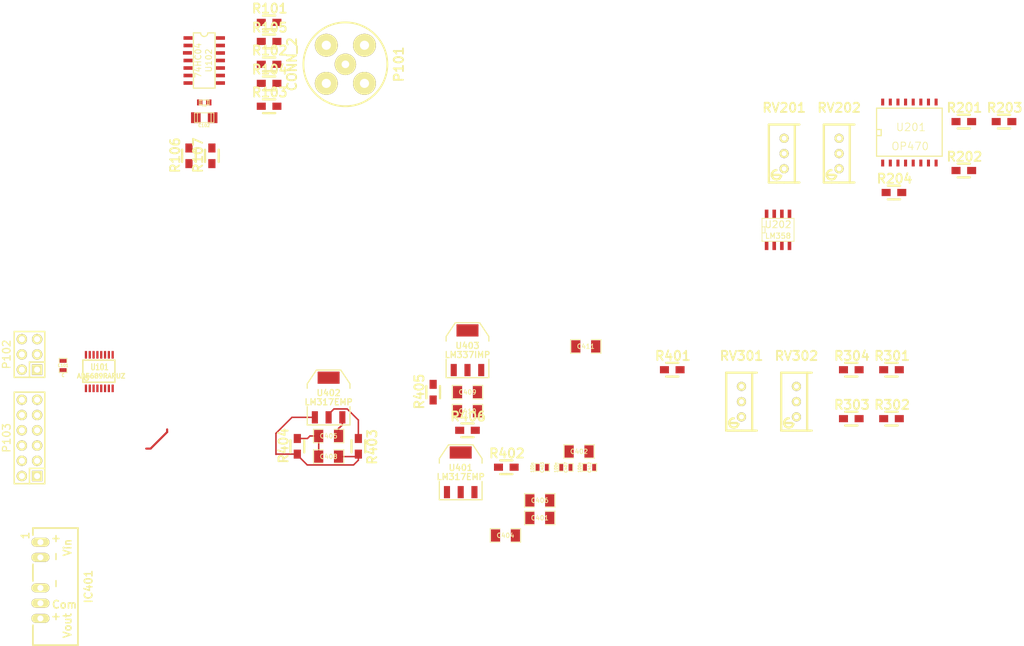
<source format=kicad_pcb>
(kicad_pcb (version 3) (host pcbnew "(2014-02-24 BZR 4719)-product")

  (general
    (links 127)
    (no_connects 120)
    (area 0 0 0 0)
    (thickness 1.6)
    (drawings 0)
    (tracks 29)
    (zones 0)
    (modules 51)
    (nets 45)
  )

  (page A4)
  (layers
    (15 F.Cu signal)
    (0 B.Cu signal)
    (16 B.Adhes user)
    (17 F.Adhes user)
    (18 B.Paste user)
    (19 F.Paste user)
    (20 B.SilkS user)
    (21 F.SilkS user)
    (22 B.Mask user)
    (23 F.Mask user)
    (24 Dwgs.User user)
    (25 Cmts.User user)
    (26 Eco1.User user)
    (27 Eco2.User user)
    (28 Edge.Cuts user)
  )

  (setup
    (last_trace_width 0.254)
    (trace_clearance 0.254)
    (zone_clearance 0.508)
    (zone_45_only no)
    (trace_min 0.254)
    (segment_width 0.2)
    (edge_width 0.15)
    (via_size 0.889)
    (via_drill 0.635)
    (via_min_size 0.889)
    (via_min_drill 0.508)
    (uvia_size 0.508)
    (uvia_drill 0.127)
    (uvias_allowed no)
    (uvia_min_size 0.508)
    (uvia_min_drill 0.127)
    (pcb_text_width 0.3)
    (pcb_text_size 1.5 1.5)
    (mod_edge_width 0.15)
    (mod_text_size 1.5 1.5)
    (mod_text_width 0.15)
    (pad_size 1.524 1.524)
    (pad_drill 0.762)
    (pad_to_mask_clearance 0.2)
    (aux_axis_origin 0 0)
    (visible_elements 7FFFFFBF)
    (pcbplotparams
      (layerselection 3178497)
      (usegerberextensions true)
      (excludeedgelayer true)
      (linewidth 0.100000)
      (plotframeref false)
      (viasonmask false)
      (mode 1)
      (useauxorigin false)
      (hpglpennumber 1)
      (hpglpenspeed 20)
      (hpglpendiameter 15)
      (hpglpenoverlay 2)
      (psnegative false)
      (psa4output false)
      (plotreference true)
      (plotvalue true)
      (plotothertext true)
      (plotinvisibletext false)
      (padsonsilk false)
      (subtractmaskfromsilk false)
      (outputformat 1)
      (mirror false)
      (drillshape 1)
      (scaleselection 1)
      (outputdirectory ""))
  )

  (net 0 "")
  (net 1 +3.3VDAC)
  (net 2 +5VD)
  (net 3 -VAA)
  (net 4 /GAIN)
  (net 5 /MOD_IN)
  (net 6 /MOD_OUT)
  (net 7 /MOD_VCC)
  (net 8 /SCLK)
  (net 9 /SDIN)
  (net 10 /SDO)
  (net 11 /analog/+Vref)
  (net 12 /analog/In1)
  (net 13 /analog/Out1+)
  (net 14 /analog/Out1-)
  (net 15 /analog2/In1)
  (net 16 /analog2/Out1+)
  (net 17 /analog2/Out1-)
  (net 18 /powersupply/+Vin)
  (net 19 /~LDAC)
  (net 20 /~RESET)
  (net 21 /~SYNC)
  (net 22 AGND)
  (net 23 "Net-(C401-Pad1)")
  (net 24 "Net-(C404-Pad1)")
  (net 25 "Net-(C408-Pad1)")
  (net 26 "Net-(C409-Pad2)")
  (net 27 "Net-(C410-Pad2)")
  (net 28 "Net-(R101-Pad1)")
  (net 29 "Net-(R102-Pad1)")
  (net 30 "Net-(R103-Pad1)")
  (net 31 "Net-(R104-Pad1)")
  (net 32 "Net-(R105-Pad1)")
  (net 33 "Net-(R201-Pad1)")
  (net 34 "Net-(R202-Pad1)")
  (net 35 "Net-(R204-Pad2)")
  (net 36 "Net-(R301-Pad1)")
  (net 37 "Net-(R302-Pad1)")
  (net 38 "Net-(R304-Pad2)")
  (net 39 "Net-(RV201-Pad2)")
  (net 40 "Net-(RV202-Pad2)")
  (net 41 "Net-(RV301-Pad2)")
  (net 42 "Net-(RV302-Pad2)")
  (net 43 "Net-(U102-Pad1)")
  (net 44 VAA)

  (net_class Default "This is the default net class."
    (clearance 0.254)
    (trace_width 0.254)
    (via_dia 0.889)
    (via_drill 0.635)
    (uvia_dia 0.508)
    (uvia_drill 0.127)
    (add_net "")
    (add_net /GAIN)
    (add_net /MOD_IN)
    (add_net /SCLK)
    (add_net /SDIN)
    (add_net /SDO)
    (add_net /analog/In1)
    (add_net /analog/Out1+)
    (add_net /analog/Out1-)
    (add_net /analog2/In1)
    (add_net /analog2/Out1+)
    (add_net /analog2/Out1-)
    (add_net /~LDAC)
    (add_net /~RESET)
    (add_net /~SYNC)
    (add_net "Net-(C401-Pad1)")
    (add_net "Net-(C404-Pad1)")
    (add_net "Net-(C408-Pad1)")
    (add_net "Net-(C409-Pad2)")
    (add_net "Net-(C410-Pad2)")
    (add_net "Net-(R101-Pad1)")
    (add_net "Net-(R102-Pad1)")
    (add_net "Net-(R103-Pad1)")
    (add_net "Net-(R104-Pad1)")
    (add_net "Net-(R105-Pad1)")
    (add_net "Net-(R201-Pad1)")
    (add_net "Net-(R202-Pad1)")
    (add_net "Net-(R204-Pad2)")
    (add_net "Net-(R301-Pad1)")
    (add_net "Net-(R302-Pad1)")
    (add_net "Net-(R304-Pad2)")
    (add_net "Net-(RV201-Pad2)")
    (add_net "Net-(RV202-Pad2)")
    (add_net "Net-(RV301-Pad2)")
    (add_net "Net-(RV302-Pad2)")
    (add_net "Net-(U102-Pad1)")
  )

  (net_class Power ""
    (clearance 0.254)
    (trace_width 0.35)
    (via_dia 1)
    (via_drill 0.75)
    (uvia_dia 0.508)
    (uvia_drill 0.127)
    (add_net +3.3VDAC)
    (add_net +5VD)
    (add_net -VAA)
    (add_net /MOD_OUT)
    (add_net /MOD_VCC)
    (add_net /analog/+Vref)
    (add_net /powersupply/+Vin)
    (add_net AGND)
    (add_net VAA)
  )

  (net_class Signal ""
    (clearance 0.254)
    (trace_width 0.254)
    (via_dia 0.889)
    (via_drill 0.635)
    (uvia_dia 0.508)
    (uvia_drill 0.127)
  )

  (module SMD_Packages:TSSOP16 (layer F.Cu) (tedit 530E830B) (tstamp 52F99114)
    (at 132.715 100.965)
    (path /52F40BAC)
    (attr smd)
    (fp_text reference U101 (at 2.27584 -3.54838) (layer F.SilkS)
      (effects (font (size 1.016 0.762) (thickness 0.1905)))
    )
    (fp_text value AD5689RARUZ (at 2.52476 -2.04978) (layer F.SilkS)
      (effects (font (size 0.762 0.762) (thickness 0.1905)))
    )
    (fp_line (start -0.51816 -4.70408) (end 4.81584 -4.70408) (layer F.SilkS) (width 0.254))
    (fp_line (start 4.81584 -4.70408) (end 4.81584 -1.02108) (layer F.SilkS) (width 0.254))
    (fp_line (start 4.81584 -1.02108) (end -0.51816 -1.02108) (layer F.SilkS) (width 0.254))
    (fp_line (start -0.51816 -1.02108) (end -0.51816 -4.70408) (layer F.SilkS) (width 0.254))
    (fp_circle (center 0.07366 -1.64084) (end -0.12954 -1.38684) (layer F.SilkS) (width 0.254))
    (pad 1 smd rect (at 0 0) (size 0.381 1.27) (layers F.Cu F.Paste F.Mask)
      (net 11 /analog/+Vref))
    (pad 2 smd rect (at 0.635 0) (size 0.381 1.27) (layers F.Cu F.Paste F.Mask))
    (pad 3 smd rect (at 1.27 0) (size 0.381 1.27) (layers F.Cu F.Paste F.Mask)
      (net 12 /analog/In1))
    (pad 4 smd rect (at 1.905 0) (size 0.381 1.27) (layers F.Cu F.Paste F.Mask)
      (net 22 AGND))
    (pad 5 smd rect (at 2.54 0) (size 0.381 1.27) (layers F.Cu F.Paste F.Mask)
      (net 2 +5VD))
    (pad 6 smd rect (at 3.175 0) (size 0.381 1.27) (layers F.Cu F.Paste F.Mask))
    (pad 7 smd rect (at 3.81 0) (size 0.381 1.27) (layers F.Cu F.Paste F.Mask)
      (net 15 /analog2/In1))
    (pad 8 smd rect (at 4.445 0) (size 0.381 1.27) (layers F.Cu F.Paste F.Mask)
      (net 10 /SDO))
    (pad 9 smd rect (at 4.445 -5.588) (size 0.381 1.27) (layers F.Cu F.Paste F.Mask)
      (net 19 /~LDAC))
    (pad 10 smd rect (at 3.81 -5.588) (size 0.381 1.27) (layers F.Cu F.Paste F.Mask)
      (net 4 /GAIN))
    (pad 11 smd rect (at 3.175 -5.588) (size 0.381 1.27) (layers F.Cu F.Paste F.Mask)
      (net 1 +3.3VDAC))
    (pad 12 smd rect (at 2.54 -5.588) (size 0.381 1.27) (layers F.Cu F.Paste F.Mask)
      (net 8 /SCLK))
    (pad 13 smd rect (at 1.905 -5.588) (size 0.381 1.27) (layers F.Cu F.Paste F.Mask)
      (net 21 /~SYNC))
    (pad 14 smd rect (at 1.27 -5.588) (size 0.381 1.27) (layers F.Cu F.Paste F.Mask)
      (net 9 /SDIN))
    (pad 15 smd rect (at 0.635 -5.588) (size 0.381 1.27) (layers F.Cu F.Paste F.Mask)
      (net 20 /~RESET))
    (pad 16 smd rect (at 0 -5.588) (size 0.381 1.27) (layers F.Cu F.Paste F.Mask)
      (net 1 +3.3VDAC))
    (model smd\smd_dil\tssop-16.wrl
      (at (xyz 0 0 0))
      (scale (xyz 1 1 1))
      (rotate (xyz 0 0 0))
    )
  )

  (module SMD_Packages:SM0603_Capa (layer F.Cu) (tedit 52F98CFF) (tstamp 52F98EBB)
    (at 128.905 97.155 90)
    (path /52F5B815)
    (attr smd)
    (fp_text reference C101 (at 0 0 180) (layer F.SilkS)
      (effects (font (size 0.508 0.4572) (thickness 0.1143)))
    )
    (fp_text value C (at -1.651 0 180) (layer F.SilkS)
      (effects (font (size 0.508 0.4572) (thickness 0.1143)))
    )
    (fp_line (start 0.50038 0.65024) (end 1.19888 0.65024) (layer F.SilkS) (width 0.11938))
    (fp_line (start -0.50038 0.65024) (end -1.19888 0.65024) (layer F.SilkS) (width 0.11938))
    (fp_line (start 0.50038 -0.65024) (end 1.19888 -0.65024) (layer F.SilkS) (width 0.11938))
    (fp_line (start -1.19888 -0.65024) (end -0.50038 -0.65024) (layer F.SilkS) (width 0.11938))
    (fp_line (start 1.19888 -0.635) (end 1.19888 0.635) (layer F.SilkS) (width 0.11938))
    (fp_line (start -1.19888 0.635) (end -1.19888 -0.635) (layer F.SilkS) (width 0.11938))
    (pad 1 smd rect (at -0.762 0 90) (size 0.635 1.143) (layers F.Cu F.Paste F.Mask)
      (net 1 +3.3VDAC))
    (pad 2 smd rect (at 0.762 0 90) (size 0.635 1.143) (layers F.Cu F.Paste F.Mask)
      (net 22 AGND))
    (model smd\capacitors\C0603.wrl
      (at (xyz 0 0 0.001))
      (scale (xyz 0.5 0.5 0.5))
      (rotate (xyz 0 0 0))
    )
  )

  (module Capacitors_SMD:c_1206 (layer F.Cu) (tedit 52F98D02) (tstamp 52F98EC7)
    (at 152.4 55.88 180)
    (descr "SMT capacitor, 1206")
    (path /52F9E309)
    (fp_text reference C102 (at 0.0254 -1.2954 180) (layer F.SilkS)
      (effects (font (size 0.50038 0.50038) (thickness 0.11938)))
    )
    (fp_text value C (at 0 1.27 180) (layer F.SilkS) hide
      (effects (font (size 0.50038 0.50038) (thickness 0.11938)))
    )
    (fp_line (start 1.143 0.8128) (end 1.143 -0.8128) (layer F.SilkS) (width 0.127))
    (fp_line (start -1.143 -0.8128) (end -1.143 0.8128) (layer F.SilkS) (width 0.127))
    (fp_line (start -1.6002 -0.8128) (end -1.6002 0.8128) (layer F.SilkS) (width 0.127))
    (fp_line (start -1.6002 0.8128) (end 1.6002 0.8128) (layer F.SilkS) (width 0.127))
    (fp_line (start 1.6002 0.8128) (end 1.6002 -0.8128) (layer F.SilkS) (width 0.127))
    (fp_line (start 1.6002 -0.8128) (end -1.6002 -0.8128) (layer F.SilkS) (width 0.127))
    (pad 1 smd rect (at 1.397 0 180) (size 1.6002 1.8034) (layers F.Cu F.Paste F.Mask)
      (net 7 /MOD_VCC))
    (pad 2 smd rect (at -1.397 0 180) (size 1.6002 1.8034) (layers F.Cu F.Paste F.Mask)
      (net 22 AGND))
    (model smd/capacitors/c_1206.wrl
      (at (xyz 0 0 0))
      (scale (xyz 1 1 1))
      (rotate (xyz 0 0 0))
    )
  )

  (module Capacitors_SMD:c_0603 (layer F.Cu) (tedit 52F98D02) (tstamp 52F98ED3)
    (at 152.4 53.34 180)
    (descr "SMT capacitor, 0603")
    (path /52F9E404)
    (fp_text reference C103 (at 0 -0.635 180) (layer F.SilkS)
      (effects (font (size 0.20066 0.20066) (thickness 0.04064)))
    )
    (fp_text value C (at 0 0.635 180) (layer F.SilkS) hide
      (effects (font (size 0.20066 0.20066) (thickness 0.04064)))
    )
    (fp_line (start 0.5588 0.4064) (end 0.5588 -0.4064) (layer F.SilkS) (width 0.127))
    (fp_line (start -0.5588 -0.381) (end -0.5588 0.4064) (layer F.SilkS) (width 0.127))
    (fp_line (start -0.8128 -0.4064) (end 0.8128 -0.4064) (layer F.SilkS) (width 0.127))
    (fp_line (start 0.8128 -0.4064) (end 0.8128 0.4064) (layer F.SilkS) (width 0.127))
    (fp_line (start 0.8128 0.4064) (end -0.8128 0.4064) (layer F.SilkS) (width 0.127))
    (fp_line (start -0.8128 0.4064) (end -0.8128 -0.4064) (layer F.SilkS) (width 0.127))
    (pad 1 smd rect (at 0.75184 0 180) (size 0.89916 1.00076) (layers F.Cu F.Paste F.Mask)
      (net 7 /MOD_VCC))
    (pad 2 smd rect (at -0.75184 0 180) (size 0.89916 1.00076) (layers F.Cu F.Paste F.Mask)
      (net 22 AGND))
    (model smd/capacitors/c_0603.wrl
      (at (xyz 0 0 0))
      (scale (xyz 1 1 1))
      (rotate (xyz 0 0 0))
    )
  )

  (module SMD_Packages:SM1206 (layer F.Cu) (tedit 52F98CFF) (tstamp 52F98EEB)
    (at 208.247001 122.551501)
    (path /52F4209D/52F4E098)
    (attr smd)
    (fp_text reference C401 (at 0 0) (layer F.SilkS)
      (effects (font (size 0.762 0.762) (thickness 0.127)))
    )
    (fp_text value 1u (at 0 0) (layer F.SilkS) hide
      (effects (font (size 0.762 0.762) (thickness 0.127)))
    )
    (fp_line (start -2.54 -1.143) (end -2.54 1.143) (layer F.SilkS) (width 0.127))
    (fp_line (start -2.54 1.143) (end -0.889 1.143) (layer F.SilkS) (width 0.127))
    (fp_line (start 0.889 -1.143) (end 2.54 -1.143) (layer F.SilkS) (width 0.127))
    (fp_line (start 2.54 -1.143) (end 2.54 1.143) (layer F.SilkS) (width 0.127))
    (fp_line (start 2.54 1.143) (end 0.889 1.143) (layer F.SilkS) (width 0.127))
    (fp_line (start -0.889 -1.143) (end -2.54 -1.143) (layer F.SilkS) (width 0.127))
    (pad 1 smd rect (at -1.651 0) (size 1.524 2.032) (layers F.Cu F.Paste F.Mask)
      (net 23 "Net-(C401-Pad1)"))
    (pad 2 smd rect (at 1.651 0) (size 1.524 2.032) (layers F.Cu F.Paste F.Mask)
      (net 22 AGND))
    (model smd/chip_cms.wrl
      (at (xyz 0 0 0))
      (scale (xyz 0.17 0.16 0.16))
      (rotate (xyz 0 0 0))
    )
  )

  (module SMD_Packages:SM1206 (layer F.Cu) (tedit 52F98CFF) (tstamp 52F98EF7)
    (at 214.787001 111.481501)
    (path /52F4209D/52F4E0BB)
    (attr smd)
    (fp_text reference C402 (at 0 0) (layer F.SilkS)
      (effects (font (size 0.762 0.762) (thickness 0.127)))
    )
    (fp_text value 1u (at 0 0) (layer F.SilkS) hide
      (effects (font (size 0.762 0.762) (thickness 0.127)))
    )
    (fp_line (start -2.54 -1.143) (end -2.54 1.143) (layer F.SilkS) (width 0.127))
    (fp_line (start -2.54 1.143) (end -0.889 1.143) (layer F.SilkS) (width 0.127))
    (fp_line (start 0.889 -1.143) (end 2.54 -1.143) (layer F.SilkS) (width 0.127))
    (fp_line (start 2.54 -1.143) (end 2.54 1.143) (layer F.SilkS) (width 0.127))
    (fp_line (start 2.54 1.143) (end 0.889 1.143) (layer F.SilkS) (width 0.127))
    (fp_line (start -0.889 -1.143) (end -2.54 -1.143) (layer F.SilkS) (width 0.127))
    (pad 1 smd rect (at -1.651 0) (size 1.524 2.032) (layers F.Cu F.Paste F.Mask)
      (net 2 +5VD))
    (pad 2 smd rect (at 1.651 0) (size 1.524 2.032) (layers F.Cu F.Paste F.Mask)
      (net 22 AGND))
    (model smd/chip_cms.wrl
      (at (xyz 0 0 0))
      (scale (xyz 0.17 0.16 0.16))
      (rotate (xyz 0 0 0))
    )
  )

  (module SMD_Packages:SM0603_Capa (layer F.Cu) (tedit 52F98CFF) (tstamp 52F98F03)
    (at 208.65155 114.133894)
    (path /52F4209D/52F4E0C6)
    (attr smd)
    (fp_text reference C403 (at 0 0 90) (layer F.SilkS)
      (effects (font (size 0.508 0.4572) (thickness 0.1143)))
    )
    (fp_text value 100n (at -1.651 0 90) (layer F.SilkS)
      (effects (font (size 0.508 0.4572) (thickness 0.1143)))
    )
    (fp_line (start 0.50038 0.65024) (end 1.19888 0.65024) (layer F.SilkS) (width 0.11938))
    (fp_line (start -0.50038 0.65024) (end -1.19888 0.65024) (layer F.SilkS) (width 0.11938))
    (fp_line (start 0.50038 -0.65024) (end 1.19888 -0.65024) (layer F.SilkS) (width 0.11938))
    (fp_line (start -1.19888 -0.65024) (end -0.50038 -0.65024) (layer F.SilkS) (width 0.11938))
    (fp_line (start 1.19888 -0.635) (end 1.19888 0.635) (layer F.SilkS) (width 0.11938))
    (fp_line (start -1.19888 0.635) (end -1.19888 -0.635) (layer F.SilkS) (width 0.11938))
    (pad 1 smd rect (at -0.762 0) (size 0.635 1.143) (layers F.Cu F.Paste F.Mask)
      (net 2 +5VD))
    (pad 2 smd rect (at 0.762 0) (size 0.635 1.143) (layers F.Cu F.Paste F.Mask)
      (net 22 AGND))
    (model smd\capacitors\C0603.wrl
      (at (xyz 0 0 0.001))
      (scale (xyz 0.5 0.5 0.5))
      (rotate (xyz 0 0 0))
    )
  )

  (module SMD_Packages:SM1206 (layer F.Cu) (tedit 52F98CFF) (tstamp 52F98F0F)
    (at 202.537001 125.471501)
    (path /52F4209D/52F4E0A4)
    (attr smd)
    (fp_text reference C404 (at 0 0) (layer F.SilkS)
      (effects (font (size 0.762 0.762) (thickness 0.127)))
    )
    (fp_text value 10u (at 0 0) (layer F.SilkS) hide
      (effects (font (size 0.762 0.762) (thickness 0.127)))
    )
    (fp_line (start -2.54 -1.143) (end -2.54 1.143) (layer F.SilkS) (width 0.127))
    (fp_line (start -2.54 1.143) (end -0.889 1.143) (layer F.SilkS) (width 0.127))
    (fp_line (start 0.889 -1.143) (end 2.54 -1.143) (layer F.SilkS) (width 0.127))
    (fp_line (start 2.54 -1.143) (end 2.54 1.143) (layer F.SilkS) (width 0.127))
    (fp_line (start 2.54 1.143) (end 0.889 1.143) (layer F.SilkS) (width 0.127))
    (fp_line (start -0.889 -1.143) (end -2.54 -1.143) (layer F.SilkS) (width 0.127))
    (pad 1 smd rect (at -1.651 0) (size 1.524 2.032) (layers F.Cu F.Paste F.Mask)
      (net 24 "Net-(C404-Pad1)"))
    (pad 2 smd rect (at 1.651 0) (size 1.524 2.032) (layers F.Cu F.Paste F.Mask)
      (net 22 AGND))
    (model smd/chip_cms.wrl
      (at (xyz 0 0 0))
      (scale (xyz 0.17 0.16 0.16))
      (rotate (xyz 0 0 0))
    )
  )

  (module SMD_Packages:SM1206 (layer F.Cu) (tedit 52F98CFF) (tstamp 52F9951C)
    (at 173.101 108.9025 180)
    (path /52F4209D/52F44BC8)
    (attr smd)
    (fp_text reference C405 (at 0 0 180) (layer F.SilkS)
      (effects (font (size 0.762 0.762) (thickness 0.127)))
    )
    (fp_text value 1u (at 0 0 180) (layer F.SilkS) hide
      (effects (font (size 0.762 0.762) (thickness 0.127)))
    )
    (fp_line (start -2.54 -1.143) (end -2.54 1.143) (layer F.SilkS) (width 0.127))
    (fp_line (start -2.54 1.143) (end -0.889 1.143) (layer F.SilkS) (width 0.127))
    (fp_line (start 0.889 -1.143) (end 2.54 -1.143) (layer F.SilkS) (width 0.127))
    (fp_line (start 2.54 -1.143) (end 2.54 1.143) (layer F.SilkS) (width 0.127))
    (fp_line (start 2.54 1.143) (end 0.889 1.143) (layer F.SilkS) (width 0.127))
    (fp_line (start -0.889 -1.143) (end -2.54 -1.143) (layer F.SilkS) (width 0.127))
    (pad 1 smd rect (at -1.651 0 180) (size 1.524 2.032) (layers F.Cu F.Paste F.Mask)
      (net 23 "Net-(C401-Pad1)"))
    (pad 2 smd rect (at 1.651 0 180) (size 1.524 2.032) (layers F.Cu F.Paste F.Mask)
      (net 22 AGND))
    (model smd/chip_cms.wrl
      (at (xyz 0 0 0))
      (scale (xyz 0.17 0.16 0.16))
      (rotate (xyz 0 0 0))
    )
  )

  (module SMD_Packages:SM1206 (layer F.Cu) (tedit 52F98CFF) (tstamp 52F98F27)
    (at 208.247001 119.631501)
    (path /52F4209D/52F4DDE2)
    (attr smd)
    (fp_text reference C406 (at 0 0) (layer F.SilkS)
      (effects (font (size 0.762 0.762) (thickness 0.127)))
    )
    (fp_text value 1u (at 0 0) (layer F.SilkS) hide
      (effects (font (size 0.762 0.762) (thickness 0.127)))
    )
    (fp_line (start -2.54 -1.143) (end -2.54 1.143) (layer F.SilkS) (width 0.127))
    (fp_line (start -2.54 1.143) (end -0.889 1.143) (layer F.SilkS) (width 0.127))
    (fp_line (start 0.889 -1.143) (end 2.54 -1.143) (layer F.SilkS) (width 0.127))
    (fp_line (start 2.54 -1.143) (end 2.54 1.143) (layer F.SilkS) (width 0.127))
    (fp_line (start 2.54 1.143) (end 0.889 1.143) (layer F.SilkS) (width 0.127))
    (fp_line (start -0.889 -1.143) (end -2.54 -1.143) (layer F.SilkS) (width 0.127))
    (pad 1 smd rect (at -1.651 0) (size 1.524 2.032) (layers F.Cu F.Paste F.Mask)
      (net 44 VAA))
    (pad 2 smd rect (at 1.651 0) (size 1.524 2.032) (layers F.Cu F.Paste F.Mask)
      (net 22 AGND))
    (model smd/chip_cms.wrl
      (at (xyz 0 0 0))
      (scale (xyz 0.17 0.16 0.16))
      (rotate (xyz 0 0 0))
    )
  )

  (module SMD_Packages:SM0603_Capa (layer F.Cu) (tedit 52F98CFF) (tstamp 52F98F33)
    (at 212.59155 114.133894)
    (path /52F4209D/52F4DF8B)
    (attr smd)
    (fp_text reference C407 (at 0 0 90) (layer F.SilkS)
      (effects (font (size 0.508 0.4572) (thickness 0.1143)))
    )
    (fp_text value 100n (at -1.651 0 90) (layer F.SilkS)
      (effects (font (size 0.508 0.4572) (thickness 0.1143)))
    )
    (fp_line (start 0.50038 0.65024) (end 1.19888 0.65024) (layer F.SilkS) (width 0.11938))
    (fp_line (start -0.50038 0.65024) (end -1.19888 0.65024) (layer F.SilkS) (width 0.11938))
    (fp_line (start 0.50038 -0.65024) (end 1.19888 -0.65024) (layer F.SilkS) (width 0.11938))
    (fp_line (start -1.19888 -0.65024) (end -0.50038 -0.65024) (layer F.SilkS) (width 0.11938))
    (fp_line (start 1.19888 -0.635) (end 1.19888 0.635) (layer F.SilkS) (width 0.11938))
    (fp_line (start -1.19888 0.635) (end -1.19888 -0.635) (layer F.SilkS) (width 0.11938))
    (pad 1 smd rect (at -0.762 0) (size 0.635 1.143) (layers F.Cu F.Paste F.Mask)
      (net 44 VAA))
    (pad 2 smd rect (at 0.762 0) (size 0.635 1.143) (layers F.Cu F.Paste F.Mask)
      (net 22 AGND))
    (model smd\capacitors\C0603.wrl
      (at (xyz 0 0 0.001))
      (scale (xyz 0.5 0.5 0.5))
      (rotate (xyz 0 0 0))
    )
  )

  (module SMD_Packages:SM1206 (layer F.Cu) (tedit 52F98CFF) (tstamp 52F98F3F)
    (at 173.101 112.3315 180)
    (path /52F4209D/52F4DA21)
    (attr smd)
    (fp_text reference C408 (at 0 0 180) (layer F.SilkS)
      (effects (font (size 0.762 0.762) (thickness 0.127)))
    )
    (fp_text value 10u (at 0 0 180) (layer F.SilkS) hide
      (effects (font (size 0.762 0.762) (thickness 0.127)))
    )
    (fp_line (start -2.54 -1.143) (end -2.54 1.143) (layer F.SilkS) (width 0.127))
    (fp_line (start -2.54 1.143) (end -0.889 1.143) (layer F.SilkS) (width 0.127))
    (fp_line (start 0.889 -1.143) (end 2.54 -1.143) (layer F.SilkS) (width 0.127))
    (fp_line (start 2.54 -1.143) (end 2.54 1.143) (layer F.SilkS) (width 0.127))
    (fp_line (start 2.54 1.143) (end 0.889 1.143) (layer F.SilkS) (width 0.127))
    (fp_line (start -0.889 -1.143) (end -2.54 -1.143) (layer F.SilkS) (width 0.127))
    (pad 1 smd rect (at -1.651 0 180) (size 1.524 2.032) (layers F.Cu F.Paste F.Mask)
      (net 25 "Net-(C408-Pad1)"))
    (pad 2 smd rect (at 1.651 0 180) (size 1.524 2.032) (layers F.Cu F.Paste F.Mask)
      (net 22 AGND))
    (model smd/chip_cms.wrl
      (at (xyz 0 0 0))
      (scale (xyz 0.17 0.16 0.16))
      (rotate (xyz 0 0 0))
    )
  )

  (module SMD_Packages:SM1206 (layer F.Cu) (tedit 52F98CFF) (tstamp 52F98F4B)
    (at 196.215 101.6 180)
    (path /52F4209D/52F4DC03)
    (attr smd)
    (fp_text reference C409 (at 0 0 180) (layer F.SilkS)
      (effects (font (size 0.762 0.762) (thickness 0.127)))
    )
    (fp_text value 10u (at 0 0 180) (layer F.SilkS) hide
      (effects (font (size 0.762 0.762) (thickness 0.127)))
    )
    (fp_line (start -2.54 -1.143) (end -2.54 1.143) (layer F.SilkS) (width 0.127))
    (fp_line (start -2.54 1.143) (end -0.889 1.143) (layer F.SilkS) (width 0.127))
    (fp_line (start 0.889 -1.143) (end 2.54 -1.143) (layer F.SilkS) (width 0.127))
    (fp_line (start 2.54 -1.143) (end 2.54 1.143) (layer F.SilkS) (width 0.127))
    (fp_line (start 2.54 1.143) (end 0.889 1.143) (layer F.SilkS) (width 0.127))
    (fp_line (start -0.889 -1.143) (end -2.54 -1.143) (layer F.SilkS) (width 0.127))
    (pad 1 smd rect (at -1.651 0 180) (size 1.524 2.032) (layers F.Cu F.Paste F.Mask)
      (net 22 AGND))
    (pad 2 smd rect (at 1.651 0 180) (size 1.524 2.032) (layers F.Cu F.Paste F.Mask)
      (net 26 "Net-(C409-Pad2)"))
    (model smd/chip_cms.wrl
      (at (xyz 0 0 0))
      (scale (xyz 0.17 0.16 0.16))
      (rotate (xyz 0 0 0))
    )
  )

  (module SMD_Packages:SM1206 (layer F.Cu) (tedit 52F98CFF) (tstamp 52F98F57)
    (at 196.215 104.775)
    (path /52F4209D/52F4DB2D)
    (attr smd)
    (fp_text reference C410 (at 0 0) (layer F.SilkS)
      (effects (font (size 0.762 0.762) (thickness 0.127)))
    )
    (fp_text value 1u (at 0 0) (layer F.SilkS) hide
      (effects (font (size 0.762 0.762) (thickness 0.127)))
    )
    (fp_line (start -2.54 -1.143) (end -2.54 1.143) (layer F.SilkS) (width 0.127))
    (fp_line (start -2.54 1.143) (end -0.889 1.143) (layer F.SilkS) (width 0.127))
    (fp_line (start 0.889 -1.143) (end 2.54 -1.143) (layer F.SilkS) (width 0.127))
    (fp_line (start 2.54 -1.143) (end 2.54 1.143) (layer F.SilkS) (width 0.127))
    (fp_line (start 2.54 1.143) (end 0.889 1.143) (layer F.SilkS) (width 0.127))
    (fp_line (start -0.889 -1.143) (end -2.54 -1.143) (layer F.SilkS) (width 0.127))
    (pad 1 smd rect (at -1.651 0) (size 1.524 2.032) (layers F.Cu F.Paste F.Mask)
      (net 22 AGND))
    (pad 2 smd rect (at 1.651 0) (size 1.524 2.032) (layers F.Cu F.Paste F.Mask)
      (net 27 "Net-(C410-Pad2)"))
    (model smd/chip_cms.wrl
      (at (xyz 0 0 0))
      (scale (xyz 0.17 0.16 0.16))
      (rotate (xyz 0 0 0))
    )
  )

  (module SMD_Packages:SM1206 (layer F.Cu) (tedit 52F98CFF) (tstamp 52F98F63)
    (at 215.9 93.98)
    (path /52F4209D/52F4DDED)
    (attr smd)
    (fp_text reference C411 (at 0 0) (layer F.SilkS)
      (effects (font (size 0.762 0.762) (thickness 0.127)))
    )
    (fp_text value 1u (at 0 0) (layer F.SilkS) hide
      (effects (font (size 0.762 0.762) (thickness 0.127)))
    )
    (fp_line (start -2.54 -1.143) (end -2.54 1.143) (layer F.SilkS) (width 0.127))
    (fp_line (start -2.54 1.143) (end -0.889 1.143) (layer F.SilkS) (width 0.127))
    (fp_line (start 0.889 -1.143) (end 2.54 -1.143) (layer F.SilkS) (width 0.127))
    (fp_line (start 2.54 -1.143) (end 2.54 1.143) (layer F.SilkS) (width 0.127))
    (fp_line (start 2.54 1.143) (end 0.889 1.143) (layer F.SilkS) (width 0.127))
    (fp_line (start -0.889 -1.143) (end -2.54 -1.143) (layer F.SilkS) (width 0.127))
    (pad 1 smd rect (at -1.651 0) (size 1.524 2.032) (layers F.Cu F.Paste F.Mask)
      (net 22 AGND))
    (pad 2 smd rect (at 1.651 0) (size 1.524 2.032) (layers F.Cu F.Paste F.Mask)
      (net 3 -VAA))
    (model smd/chip_cms.wrl
      (at (xyz 0 0 0))
      (scale (xyz 0.17 0.16 0.16))
      (rotate (xyz 0 0 0))
    )
  )

  (module SMD_Packages:SM0603_Capa (layer F.Cu) (tedit 52F98CFF) (tstamp 52F98F6F)
    (at 216.53155 114.133894)
    (path /52F4209D/52F4DF96)
    (attr smd)
    (fp_text reference C412 (at 0 0 90) (layer F.SilkS)
      (effects (font (size 0.508 0.4572) (thickness 0.1143)))
    )
    (fp_text value 100n (at -1.651 0 90) (layer F.SilkS)
      (effects (font (size 0.508 0.4572) (thickness 0.1143)))
    )
    (fp_line (start 0.50038 0.65024) (end 1.19888 0.65024) (layer F.SilkS) (width 0.11938))
    (fp_line (start -0.50038 0.65024) (end -1.19888 0.65024) (layer F.SilkS) (width 0.11938))
    (fp_line (start 0.50038 -0.65024) (end 1.19888 -0.65024) (layer F.SilkS) (width 0.11938))
    (fp_line (start -1.19888 -0.65024) (end -0.50038 -0.65024) (layer F.SilkS) (width 0.11938))
    (fp_line (start 1.19888 -0.635) (end 1.19888 0.635) (layer F.SilkS) (width 0.11938))
    (fp_line (start -1.19888 0.635) (end -1.19888 -0.635) (layer F.SilkS) (width 0.11938))
    (pad 1 smd rect (at -0.762 0) (size 0.635 1.143) (layers F.Cu F.Paste F.Mask)
      (net 22 AGND))
    (pad 2 smd rect (at 0.762 0) (size 0.635 1.143) (layers F.Cu F.Paste F.Mask)
      (net 3 -VAA))
    (model smd\capacitors\C0603.wrl
      (at (xyz 0 0 0.001))
      (scale (xyz 0.5 0.5 0.5))
      (rotate (xyz 0 0 0))
    )
  )

  (module DCDCs:DCDC-Conv_TRACO_TMH-xxxx_Dual_RevA_27Mar2011 (layer F.Cu) (tedit 4D8FB8BA) (tstamp 52F98F86)
    (at 127.635 133.985 270)
    (descr "DCDC-Converter, TRACO, TMH-xxxx, Dual output, RevA, 27Mar2011")
    (tags "DCDC-Converter, TRACO, TMH-xxxx, Dual output, RevA, 27Mar2011")
    (path /52F4209D/52F42F52)
    (fp_text reference IC401 (at 0 -5.4991 270) (layer F.SilkS)
      (effects (font (size 1.27 1.27) (thickness 0.254)))
    )
    (fp_text value DCDC-CONV_TRACO_TMH-XXXX_Dual_REVA_27MAR2011 (at 0 7.9502 270) (layer F.SilkS) hide
      (effects (font (size 1.27 1.27) (thickness 0.254)))
    )
    (fp_text user 1 (at -8.49884 5.00126 270) (layer F.SilkS)
      (effects (font (size 1.27 1.27) (thickness 0.254)))
    )
    (fp_text user Vout (at 6.49986 -1.99898 270) (layer F.SilkS)
      (effects (font (size 1.27 1.27) (thickness 0.254)))
    )
    (fp_text user Vin (at -6.49986 -1.99898 270) (layer F.SilkS)
      (effects (font (size 1.27 1.27) (thickness 0.254)))
    )
    (fp_text user Com (at 2.99974 -1.50114 360) (layer F.SilkS)
      (effects (font (size 1.27 1.27) (thickness 0.254)))
    )
    (fp_text user + (at 5.00126 0 270) (layer F.SilkS)
      (effects (font (size 1.27 1.27) (thickness 0.254)))
    )
    (fp_text user - (at -0.50038 0 270) (layer F.SilkS)
      (effects (font (size 1.27 1.27) (thickness 0.254)))
    )
    (fp_text user - (at -5.00126 0 270) (layer F.SilkS)
      (effects (font (size 1.27 1.27) (thickness 0.254)))
    )
    (fp_text user + (at -8.001 0 270) (layer F.SilkS)
      (effects (font (size 1.27 1.27) (thickness 0.254)))
    )
    (fp_line (start -8.60044 3.74904) (end -9.75106 3.74904) (layer F.SilkS) (width 0.3048))
    (fp_line (start -0.94996 3.74904) (end -3.70078 3.74904) (layer F.SilkS) (width 0.3048))
    (fp_line (start 9.75106 3.74904) (end 6.44906 3.74904) (layer F.SilkS) (width 0.3048))
    (fp_line (start 9.75106 3.74904) (end 9.75106 -3.74904) (layer F.SilkS) (width 0.3048))
    (fp_line (start 9.75106 -3.74904) (end -9.75106 -3.74904) (layer F.SilkS) (width 0.3048))
    (fp_line (start -9.75106 -3.74904) (end -9.75106 3.74904) (layer F.SilkS) (width 0.3048))
    (pad 1 thru_hole oval (at -7.39902 2.49936 270) (size 1.50114 2.99974) (drill 1.00076) (layers *.Cu *.Mask F.SilkS)
      (net 18 /powersupply/+Vin))
    (pad 2 thru_hole oval (at -4.85902 2.49936 270) (size 1.50114 2.99974) (drill 1.00076) (layers *.Cu *.Mask F.SilkS)
      (net 22 AGND))
    (pad 4 thru_hole oval (at 0.22098 2.49936 270) (size 1.50114 2.99974) (drill 1.00076) (layers *.Cu *.Mask F.SilkS)
      (net 27 "Net-(C410-Pad2)"))
    (pad 5 thru_hole oval (at 2.76098 2.49936 270) (size 1.50114 2.99974) (drill 1.00076) (layers *.Cu *.Mask F.SilkS)
      (net 22 AGND))
    (pad 6 thru_hole oval (at 5.30098 2.49936 270) (size 1.50114 2.99974) (drill 1.00076) (layers *.Cu *.Mask F.SilkS)
      (net 23 "Net-(C401-Pad1)"))
  )

  (module Pin_Headers:Pin_Header_Straight_2x03 (layer F.Cu) (tedit 52F98D02) (tstamp 52F98FB1)
    (at 123.317 95.3135 90)
    (descr "1 pin")
    (tags "CONN DEV")
    (path /52F5F03E)
    (fp_text reference P102 (at 0 -3.81 90) (layer F.SilkS)
      (effects (font (size 1.27 1.27) (thickness 0.2032)))
    )
    (fp_text value CONN_3X2 (at 0 0 90) (layer F.SilkS) hide
      (effects (font (size 1.27 1.27) (thickness 0.2032)))
    )
    (fp_line (start -3.81 0) (end -1.27 0) (layer F.SilkS) (width 0.254))
    (fp_line (start -1.27 0) (end -1.27 2.54) (layer F.SilkS) (width 0.254))
    (fp_line (start -3.81 2.54) (end 3.81 2.54) (layer F.SilkS) (width 0.254))
    (fp_line (start 3.81 2.54) (end 3.81 -2.54) (layer F.SilkS) (width 0.254))
    (fp_line (start 3.81 -2.54) (end -1.27 -2.54) (layer F.SilkS) (width 0.254))
    (fp_line (start -3.81 2.54) (end -3.81 0) (layer F.SilkS) (width 0.254))
    (fp_line (start -3.81 -2.54) (end -3.81 0) (layer F.SilkS) (width 0.254))
    (fp_line (start -1.27 -2.54) (end -3.81 -2.54) (layer F.SilkS) (width 0.254))
    (pad 1 thru_hole rect (at -2.54 1.27 90) (size 1.7272 1.7272) (drill 1.016) (layers *.Cu *.Mask F.SilkS)
      (net 22 AGND))
    (pad 2 thru_hole oval (at 0 1.27 90) (size 1.7272 1.7272) (drill 1.016) (layers *.Cu *.Mask F.SilkS)
      (net 22 AGND))
    (pad 3 thru_hole oval (at 2.54 1.27 90) (size 1.7272 1.7272) (drill 1.016) (layers *.Cu *.Mask F.SilkS)
      (net 17 /analog2/Out1-))
    (pad 4 thru_hole oval (at 2.54 -1.27 90) (size 1.7272 1.7272) (drill 1.016) (layers *.Cu *.Mask F.SilkS)
      (net 14 /analog/Out1-))
    (pad 5 thru_hole oval (at 0 -1.27 90) (size 1.7272 1.7272) (drill 1.016) (layers *.Cu *.Mask F.SilkS)
      (net 16 /analog2/Out1+))
    (pad 6 thru_hole oval (at -2.54 -1.27 90) (size 1.7272 1.7272) (drill 1.016) (layers *.Cu *.Mask F.SilkS)
      (net 13 /analog/Out1+))
    (model Pin_Headers/Pin_Header_Straight_2x03.wrl
      (at (xyz 0 0 0))
      (scale (xyz 1 1 1))
      (rotate (xyz 0 0 0))
    )
  )

  (module Pin_Headers:Pin_Header_Straight_2x06 (layer F.Cu) (tedit 52F98D02) (tstamp 52F98FC9)
    (at 123.317 109.22 90)
    (descr "1 pin")
    (tags "CONN DEV")
    (path /52F9A0A4)
    (fp_text reference P103 (at 0 -3.81 90) (layer F.SilkS)
      (effects (font (size 1.27 1.27) (thickness 0.2032)))
    )
    (fp_text value CONN_6X2 (at 0 0 90) (layer F.SilkS) hide
      (effects (font (size 1.27 1.27) (thickness 0.2032)))
    )
    (fp_line (start 7.62 -2.54) (end -7.62 -2.54) (layer F.SilkS) (width 0.254))
    (fp_line (start -5.08 2.54) (end 7.62 2.54) (layer F.SilkS) (width 0.254))
    (fp_line (start 7.62 -2.54) (end 7.62 2.54) (layer F.SilkS) (width 0.254))
    (fp_line (start -7.62 -2.54) (end -7.62 0) (layer F.SilkS) (width 0.254))
    (fp_line (start -7.62 2.54) (end -5.08 2.54) (layer F.SilkS) (width 0.254))
    (fp_line (start -7.62 0) (end -5.08 0) (layer F.SilkS) (width 0.254))
    (fp_line (start -5.08 0) (end -5.08 2.54) (layer F.SilkS) (width 0.254))
    (fp_line (start -7.62 2.54) (end -7.62 0) (layer F.SilkS) (width 0.254))
    (pad 1 thru_hole rect (at -6.35 1.27 90) (size 1.7272 1.7272) (drill 1.016) (layers *.Cu *.Mask F.SilkS)
      (net 1 +3.3VDAC))
    (pad 2 thru_hole oval (at -3.81 1.27 90) (size 1.7272 1.7272) (drill 1.016) (layers *.Cu *.Mask F.SilkS)
      (net 10 /SDO))
    (pad 3 thru_hole oval (at -1.27 1.27 90) (size 1.7272 1.7272) (drill 1.016) (layers *.Cu *.Mask F.SilkS)
      (net 19 /~LDAC))
    (pad 4 thru_hole oval (at 1.27 1.27 90) (size 1.7272 1.7272) (drill 1.016) (layers *.Cu *.Mask F.SilkS)
      (net 20 /~RESET))
    (pad 5 thru_hole oval (at 3.81 1.27 90) (size 1.7272 1.7272) (drill 1.016) (layers *.Cu *.Mask F.SilkS)
      (net 5 /MOD_IN))
    (pad 6 thru_hole oval (at 6.35 1.27 90) (size 1.7272 1.7272) (drill 1.016) (layers *.Cu *.Mask F.SilkS)
      (net 9 /SDIN))
    (pad 7 thru_hole oval (at 6.35 -1.27 90) (size 1.7272 1.7272) (drill 1.016) (layers *.Cu *.Mask F.SilkS)
      (net 22 AGND))
    (pad 8 thru_hole oval (at 3.81 -1.27 90) (size 1.7272 1.7272) (drill 1.016) (layers *.Cu *.Mask F.SilkS)
      (net 21 /~SYNC))
    (pad 9 thru_hole oval (at 1.27 -1.27 90) (size 1.7272 1.7272) (drill 1.016) (layers *.Cu *.Mask F.SilkS)
      (net 22 AGND))
    (pad 10 thru_hole oval (at -1.27 -1.27 90) (size 1.7272 1.7272) (drill 1.016) (layers *.Cu *.Mask F.SilkS)
      (net 8 /SCLK))
    (pad 11 thru_hole oval (at -3.81 -1.27 90) (size 1.7272 1.7272) (drill 1.016) (layers *.Cu *.Mask F.SilkS)
      (net 18 /powersupply/+Vin))
    (pad 12 thru_hole oval (at -6.35 -1.27 90) (size 1.7272 1.7272) (drill 1.016) (layers *.Cu *.Mask F.SilkS)
      (net 4 /GAIN))
    (model Pin_Headers/Pin_Header_Straight_2x06.wrl
      (at (xyz 0 0 0))
      (scale (xyz 1 1 1))
      (rotate (xyz 0 0 0))
    )
  )

  (module Resistors_SMD:Resistor_SMD0805_HandSoldering (layer F.Cu) (tedit 52F98D00) (tstamp 52F98FD3)
    (at 163.195 40.005)
    (descr "Resistor, SMD, 0805, Hand soldering,")
    (tags "Resistor, SMD, 0805, Hand soldering,")
    (path /52F985DA)
    (attr smd)
    (fp_text reference R101 (at 0.09906 -2.30124) (layer F.SilkS)
      (effects (font (thickness 0.3048)))
    )
    (fp_text value R (at 0.20066 2.60096) (layer F.SilkS) hide
      (effects (font (thickness 0.3048)))
    )
    (fp_line (start 0 -1.143) (end -1.016 -1.143) (layer F.SilkS) (width 0.381))
    (fp_line (start 0 -1.143) (end 1.016 -1.143) (layer F.SilkS) (width 0.381))
    (fp_line (start 0 1.143) (end -1.016 1.143) (layer F.SilkS) (width 0.381))
    (fp_line (start 0 1.143) (end 1.016 1.143) (layer F.SilkS) (width 0.381))
    (pad 1 smd rect (at -1.30048 0) (size 1.50114 1.19888) (layers F.Cu F.Paste F.Mask)
      (net 28 "Net-(R101-Pad1)"))
    (pad 2 smd rect (at 1.30048 0) (size 1.50114 1.19888) (layers F.Cu F.Paste F.Mask)
      (net 6 /MOD_OUT))
  )

  (module Resistors_SMD:Resistor_SMD0805_HandSoldering (layer F.Cu) (tedit 52F98D00) (tstamp 52F98FDD)
    (at 163.195 46.99)
    (descr "Resistor, SMD, 0805, Hand soldering,")
    (tags "Resistor, SMD, 0805, Hand soldering,")
    (path /52F985EC)
    (attr smd)
    (fp_text reference R102 (at 0.09906 -2.30124) (layer F.SilkS)
      (effects (font (thickness 0.3048)))
    )
    (fp_text value R (at 0.20066 2.60096) (layer F.SilkS) hide
      (effects (font (thickness 0.3048)))
    )
    (fp_line (start 0 -1.143) (end -1.016 -1.143) (layer F.SilkS) (width 0.381))
    (fp_line (start 0 -1.143) (end 1.016 -1.143) (layer F.SilkS) (width 0.381))
    (fp_line (start 0 1.143) (end -1.016 1.143) (layer F.SilkS) (width 0.381))
    (fp_line (start 0 1.143) (end 1.016 1.143) (layer F.SilkS) (width 0.381))
    (pad 1 smd rect (at -1.30048 0) (size 1.50114 1.19888) (layers F.Cu F.Paste F.Mask)
      (net 29 "Net-(R102-Pad1)"))
    (pad 2 smd rect (at 1.30048 0) (size 1.50114 1.19888) (layers F.Cu F.Paste F.Mask)
      (net 6 /MOD_OUT))
  )

  (module Resistors_SMD:Resistor_SMD0805_HandSoldering (layer F.Cu) (tedit 52F98D00) (tstamp 52F98FE7)
    (at 163.195 53.975)
    (descr "Resistor, SMD, 0805, Hand soldering,")
    (tags "Resistor, SMD, 0805, Hand soldering,")
    (path /52F985F7)
    (attr smd)
    (fp_text reference R103 (at 0.09906 -2.30124) (layer F.SilkS)
      (effects (font (thickness 0.3048)))
    )
    (fp_text value R (at 0.20066 2.60096) (layer F.SilkS) hide
      (effects (font (thickness 0.3048)))
    )
    (fp_line (start 0 -1.143) (end -1.016 -1.143) (layer F.SilkS) (width 0.381))
    (fp_line (start 0 -1.143) (end 1.016 -1.143) (layer F.SilkS) (width 0.381))
    (fp_line (start 0 1.143) (end -1.016 1.143) (layer F.SilkS) (width 0.381))
    (fp_line (start 0 1.143) (end 1.016 1.143) (layer F.SilkS) (width 0.381))
    (pad 1 smd rect (at -1.30048 0) (size 1.50114 1.19888) (layers F.Cu F.Paste F.Mask)
      (net 30 "Net-(R103-Pad1)"))
    (pad 2 smd rect (at 1.30048 0) (size 1.50114 1.19888) (layers F.Cu F.Paste F.Mask)
      (net 6 /MOD_OUT))
  )

  (module Resistors_SMD:Resistor_SMD0805_HandSoldering (layer F.Cu) (tedit 52F98D00) (tstamp 52F98FF1)
    (at 163.195 50.165)
    (descr "Resistor, SMD, 0805, Hand soldering,")
    (tags "Resistor, SMD, 0805, Hand soldering,")
    (path /52F98602)
    (attr smd)
    (fp_text reference R104 (at 0.09906 -2.30124) (layer F.SilkS)
      (effects (font (thickness 0.3048)))
    )
    (fp_text value R (at 0.20066 2.60096) (layer F.SilkS) hide
      (effects (font (thickness 0.3048)))
    )
    (fp_line (start 0 -1.143) (end -1.016 -1.143) (layer F.SilkS) (width 0.381))
    (fp_line (start 0 -1.143) (end 1.016 -1.143) (layer F.SilkS) (width 0.381))
    (fp_line (start 0 1.143) (end -1.016 1.143) (layer F.SilkS) (width 0.381))
    (fp_line (start 0 1.143) (end 1.016 1.143) (layer F.SilkS) (width 0.381))
    (pad 1 smd rect (at -1.30048 0) (size 1.50114 1.19888) (layers F.Cu F.Paste F.Mask)
      (net 31 "Net-(R104-Pad1)"))
    (pad 2 smd rect (at 1.30048 0) (size 1.50114 1.19888) (layers F.Cu F.Paste F.Mask)
      (net 6 /MOD_OUT))
  )

  (module Resistors_SMD:Resistor_SMD0805_HandSoldering (layer F.Cu) (tedit 52F98D00) (tstamp 52F98FFB)
    (at 163.195 43.18)
    (descr "Resistor, SMD, 0805, Hand soldering,")
    (tags "Resistor, SMD, 0805, Hand soldering,")
    (path /52F9860D)
    (attr smd)
    (fp_text reference R105 (at 0.09906 -2.30124) (layer F.SilkS)
      (effects (font (thickness 0.3048)))
    )
    (fp_text value R (at 0.20066 2.60096) (layer F.SilkS) hide
      (effects (font (thickness 0.3048)))
    )
    (fp_line (start 0 -1.143) (end -1.016 -1.143) (layer F.SilkS) (width 0.381))
    (fp_line (start 0 -1.143) (end 1.016 -1.143) (layer F.SilkS) (width 0.381))
    (fp_line (start 0 1.143) (end -1.016 1.143) (layer F.SilkS) (width 0.381))
    (fp_line (start 0 1.143) (end 1.016 1.143) (layer F.SilkS) (width 0.381))
    (pad 1 smd rect (at -1.30048 0) (size 1.50114 1.19888) (layers F.Cu F.Paste F.Mask)
      (net 32 "Net-(R105-Pad1)"))
    (pad 2 smd rect (at 1.30048 0) (size 1.50114 1.19888) (layers F.Cu F.Paste F.Mask)
      (net 6 /MOD_OUT))
  )

  (module Resistors_SMD:Resistor_SMD0805_HandSoldering (layer F.Cu) (tedit 52F98D00) (tstamp 52F99005)
    (at 149.86 62.23 90)
    (descr "Resistor, SMD, 0805, Hand soldering,")
    (tags "Resistor, SMD, 0805, Hand soldering,")
    (path /52FA187B)
    (attr smd)
    (fp_text reference R106 (at 0.09906 -2.30124 90) (layer F.SilkS)
      (effects (font (thickness 0.3048)))
    )
    (fp_text value R (at 0.20066 2.60096 90) (layer F.SilkS) hide
      (effects (font (thickness 0.3048)))
    )
    (fp_line (start 0 -1.143) (end -1.016 -1.143) (layer F.SilkS) (width 0.381))
    (fp_line (start 0 -1.143) (end 1.016 -1.143) (layer F.SilkS) (width 0.381))
    (fp_line (start 0 1.143) (end -1.016 1.143) (layer F.SilkS) (width 0.381))
    (fp_line (start 0 1.143) (end 1.016 1.143) (layer F.SilkS) (width 0.381))
    (pad 1 smd rect (at -1.30048 0 90) (size 1.50114 1.19888) (layers F.Cu F.Paste F.Mask)
      (net 2 +5VD))
    (pad 2 smd rect (at 1.30048 0 90) (size 1.50114 1.19888) (layers F.Cu F.Paste F.Mask)
      (net 7 /MOD_VCC))
  )

  (module Resistors_SMD:Resistor_SMD0805_HandSoldering (layer F.Cu) (tedit 52F98D00) (tstamp 52F9900F)
    (at 153.67 62.23 90)
    (descr "Resistor, SMD, 0805, Hand soldering,")
    (tags "Resistor, SMD, 0805, Hand soldering,")
    (path /52FA17BC)
    (attr smd)
    (fp_text reference R107 (at 0.09906 -2.30124 90) (layer F.SilkS)
      (effects (font (thickness 0.3048)))
    )
    (fp_text value R (at 0.20066 2.60096 90) (layer F.SilkS) hide
      (effects (font (thickness 0.3048)))
    )
    (fp_line (start 0 -1.143) (end -1.016 -1.143) (layer F.SilkS) (width 0.381))
    (fp_line (start 0 -1.143) (end 1.016 -1.143) (layer F.SilkS) (width 0.381))
    (fp_line (start 0 1.143) (end -1.016 1.143) (layer F.SilkS) (width 0.381))
    (fp_line (start 0 1.143) (end 1.016 1.143) (layer F.SilkS) (width 0.381))
    (pad 1 smd rect (at -1.30048 0 90) (size 1.50114 1.19888) (layers F.Cu F.Paste F.Mask)
      (net 1 +3.3VDAC))
    (pad 2 smd rect (at 1.30048 0 90) (size 1.50114 1.19888) (layers F.Cu F.Paste F.Mask)
      (net 7 /MOD_VCC))
  )

  (module Resistors_SMD:Resistor_SMD0805_HandSoldering (layer F.Cu) (tedit 52F98D00) (tstamp 52F99019)
    (at 278.825983 56.53024)
    (descr "Resistor, SMD, 0805, Hand soldering,")
    (tags "Resistor, SMD, 0805, Hand soldering,")
    (path /52F5483C/52F562DE)
    (attr smd)
    (fp_text reference R201 (at 0.09906 -2.30124) (layer F.SilkS)
      (effects (font (thickness 0.3048)))
    )
    (fp_text value 10k (at 0.20066 2.60096) (layer F.SilkS) hide
      (effects (font (thickness 0.3048)))
    )
    (fp_line (start 0 -1.143) (end -1.016 -1.143) (layer F.SilkS) (width 0.381))
    (fp_line (start 0 -1.143) (end 1.016 -1.143) (layer F.SilkS) (width 0.381))
    (fp_line (start 0 1.143) (end -1.016 1.143) (layer F.SilkS) (width 0.381))
    (fp_line (start 0 1.143) (end 1.016 1.143) (layer F.SilkS) (width 0.381))
    (pad 1 smd rect (at -1.30048 0) (size 1.50114 1.19888) (layers F.Cu F.Paste F.Mask)
      (net 33 "Net-(R201-Pad1)"))
    (pad 2 smd rect (at 1.30048 0) (size 1.50114 1.19888) (layers F.Cu F.Paste F.Mask)
      (net 14 /analog/Out1-))
  )

  (module Resistors_SMD:Resistor_SMD0805_HandSoldering (layer F.Cu) (tedit 52F98D00) (tstamp 52F99023)
    (at 278.825983 64.68024)
    (descr "Resistor, SMD, 0805, Hand soldering,")
    (tags "Resistor, SMD, 0805, Hand soldering,")
    (path /52F5483C/52F562BE)
    (attr smd)
    (fp_text reference R202 (at 0.09906 -2.30124) (layer F.SilkS)
      (effects (font (thickness 0.3048)))
    )
    (fp_text value 47k (at 0.20066 2.60096) (layer F.SilkS) hide
      (effects (font (thickness 0.3048)))
    )
    (fp_line (start 0 -1.143) (end -1.016 -1.143) (layer F.SilkS) (width 0.381))
    (fp_line (start 0 -1.143) (end 1.016 -1.143) (layer F.SilkS) (width 0.381))
    (fp_line (start 0 1.143) (end -1.016 1.143) (layer F.SilkS) (width 0.381))
    (fp_line (start 0 1.143) (end 1.016 1.143) (layer F.SilkS) (width 0.381))
    (pad 1 smd rect (at -1.30048 0) (size 1.50114 1.19888) (layers F.Cu F.Paste F.Mask)
      (net 34 "Net-(R202-Pad1)"))
    (pad 2 smd rect (at 1.30048 0) (size 1.50114 1.19888) (layers F.Cu F.Paste F.Mask)
      (net 13 /analog/Out1+))
  )

  (module Resistors_SMD:Resistor_SMD0805_HandSoldering (layer F.Cu) (tedit 52F98D00) (tstamp 52F9902D)
    (at 285.515983 56.53024)
    (descr "Resistor, SMD, 0805, Hand soldering,")
    (tags "Resistor, SMD, 0805, Hand soldering,")
    (path /52F5483C/52F562D3)
    (attr smd)
    (fp_text reference R203 (at 0.09906 -2.30124) (layer F.SilkS)
      (effects (font (thickness 0.3048)))
    )
    (fp_text value 10k (at 0.20066 2.60096) (layer F.SilkS) hide
      (effects (font (thickness 0.3048)))
    )
    (fp_line (start 0 -1.143) (end -1.016 -1.143) (layer F.SilkS) (width 0.381))
    (fp_line (start 0 -1.143) (end 1.016 -1.143) (layer F.SilkS) (width 0.381))
    (fp_line (start 0 1.143) (end -1.016 1.143) (layer F.SilkS) (width 0.381))
    (fp_line (start 0 1.143) (end 1.016 1.143) (layer F.SilkS) (width 0.381))
    (pad 1 smd rect (at -1.30048 0) (size 1.50114 1.19888) (layers F.Cu F.Paste F.Mask)
      (net 13 /analog/Out1+))
    (pad 2 smd rect (at 1.30048 0) (size 1.50114 1.19888) (layers F.Cu F.Paste F.Mask)
      (net 33 "Net-(R201-Pad1)"))
  )

  (module Resistors_SMD:Resistor_SMD0805_HandSoldering (layer F.Cu) (tedit 52F98D00) (tstamp 52F99037)
    (at 267.195983 68.34024)
    (descr "Resistor, SMD, 0805, Hand soldering,")
    (tags "Resistor, SMD, 0805, Hand soldering,")
    (path /52F5483C/52F5648F)
    (attr smd)
    (fp_text reference R204 (at 0.09906 -2.30124) (layer F.SilkS)
      (effects (font (thickness 0.3048)))
    )
    (fp_text value 8k2 (at 0.20066 2.60096) (layer F.SilkS) hide
      (effects (font (thickness 0.3048)))
    )
    (fp_line (start 0 -1.143) (end -1.016 -1.143) (layer F.SilkS) (width 0.381))
    (fp_line (start 0 -1.143) (end 1.016 -1.143) (layer F.SilkS) (width 0.381))
    (fp_line (start 0 1.143) (end -1.016 1.143) (layer F.SilkS) (width 0.381))
    (fp_line (start 0 1.143) (end 1.016 1.143) (layer F.SilkS) (width 0.381))
    (pad 1 smd rect (at -1.30048 0) (size 1.50114 1.19888) (layers F.Cu F.Paste F.Mask)
      (net 22 AGND))
    (pad 2 smd rect (at 1.30048 0) (size 1.50114 1.19888) (layers F.Cu F.Paste F.Mask)
      (net 35 "Net-(R204-Pad2)"))
  )

  (module Resistors_SMD:Resistor_SMD0805_HandSoldering (layer F.Cu) (tedit 52F98D00) (tstamp 52F99041)
    (at 266.785983 97.86024)
    (descr "Resistor, SMD, 0805, Hand soldering,")
    (tags "Resistor, SMD, 0805, Hand soldering,")
    (path /52F54BF7/52F562DE)
    (attr smd)
    (fp_text reference R301 (at 0.09906 -2.30124) (layer F.SilkS)
      (effects (font (thickness 0.3048)))
    )
    (fp_text value 10k (at 0.20066 2.60096) (layer F.SilkS) hide
      (effects (font (thickness 0.3048)))
    )
    (fp_line (start 0 -1.143) (end -1.016 -1.143) (layer F.SilkS) (width 0.381))
    (fp_line (start 0 -1.143) (end 1.016 -1.143) (layer F.SilkS) (width 0.381))
    (fp_line (start 0 1.143) (end -1.016 1.143) (layer F.SilkS) (width 0.381))
    (fp_line (start 0 1.143) (end 1.016 1.143) (layer F.SilkS) (width 0.381))
    (pad 1 smd rect (at -1.30048 0) (size 1.50114 1.19888) (layers F.Cu F.Paste F.Mask)
      (net 36 "Net-(R301-Pad1)"))
    (pad 2 smd rect (at 1.30048 0) (size 1.50114 1.19888) (layers F.Cu F.Paste F.Mask)
      (net 17 /analog2/Out1-))
  )

  (module Resistors_SMD:Resistor_SMD0805_HandSoldering (layer F.Cu) (tedit 52F98D00) (tstamp 52F9904B)
    (at 266.785983 106.01024)
    (descr "Resistor, SMD, 0805, Hand soldering,")
    (tags "Resistor, SMD, 0805, Hand soldering,")
    (path /52F54BF7/52F562BE)
    (attr smd)
    (fp_text reference R302 (at 0.09906 -2.30124) (layer F.SilkS)
      (effects (font (thickness 0.3048)))
    )
    (fp_text value 47k (at 0.20066 2.60096) (layer F.SilkS) hide
      (effects (font (thickness 0.3048)))
    )
    (fp_line (start 0 -1.143) (end -1.016 -1.143) (layer F.SilkS) (width 0.381))
    (fp_line (start 0 -1.143) (end 1.016 -1.143) (layer F.SilkS) (width 0.381))
    (fp_line (start 0 1.143) (end -1.016 1.143) (layer F.SilkS) (width 0.381))
    (fp_line (start 0 1.143) (end 1.016 1.143) (layer F.SilkS) (width 0.381))
    (pad 1 smd rect (at -1.30048 0) (size 1.50114 1.19888) (layers F.Cu F.Paste F.Mask)
      (net 37 "Net-(R302-Pad1)"))
    (pad 2 smd rect (at 1.30048 0) (size 1.50114 1.19888) (layers F.Cu F.Paste F.Mask)
      (net 16 /analog2/Out1+))
  )

  (module Resistors_SMD:Resistor_SMD0805_HandSoldering (layer F.Cu) (tedit 52F98D00) (tstamp 52F99055)
    (at 260.095983 106.01024)
    (descr "Resistor, SMD, 0805, Hand soldering,")
    (tags "Resistor, SMD, 0805, Hand soldering,")
    (path /52F54BF7/52F562D3)
    (attr smd)
    (fp_text reference R303 (at 0.09906 -2.30124) (layer F.SilkS)
      (effects (font (thickness 0.3048)))
    )
    (fp_text value 10k (at 0.20066 2.60096) (layer F.SilkS) hide
      (effects (font (thickness 0.3048)))
    )
    (fp_line (start 0 -1.143) (end -1.016 -1.143) (layer F.SilkS) (width 0.381))
    (fp_line (start 0 -1.143) (end 1.016 -1.143) (layer F.SilkS) (width 0.381))
    (fp_line (start 0 1.143) (end -1.016 1.143) (layer F.SilkS) (width 0.381))
    (fp_line (start 0 1.143) (end 1.016 1.143) (layer F.SilkS) (width 0.381))
    (pad 1 smd rect (at -1.30048 0) (size 1.50114 1.19888) (layers F.Cu F.Paste F.Mask)
      (net 16 /analog2/Out1+))
    (pad 2 smd rect (at 1.30048 0) (size 1.50114 1.19888) (layers F.Cu F.Paste F.Mask)
      (net 36 "Net-(R301-Pad1)"))
  )

  (module Resistors_SMD:Resistor_SMD0805_HandSoldering (layer F.Cu) (tedit 52F98D00) (tstamp 52F9905F)
    (at 260.095983 97.86024)
    (descr "Resistor, SMD, 0805, Hand soldering,")
    (tags "Resistor, SMD, 0805, Hand soldering,")
    (path /52F54BF7/52F5648F)
    (attr smd)
    (fp_text reference R304 (at 0.09906 -2.30124) (layer F.SilkS)
      (effects (font (thickness 0.3048)))
    )
    (fp_text value 8k2 (at 0.20066 2.60096) (layer F.SilkS) hide
      (effects (font (thickness 0.3048)))
    )
    (fp_line (start 0 -1.143) (end -1.016 -1.143) (layer F.SilkS) (width 0.381))
    (fp_line (start 0 -1.143) (end 1.016 -1.143) (layer F.SilkS) (width 0.381))
    (fp_line (start 0 1.143) (end -1.016 1.143) (layer F.SilkS) (width 0.381))
    (fp_line (start 0 1.143) (end 1.016 1.143) (layer F.SilkS) (width 0.381))
    (pad 1 smd rect (at -1.30048 0) (size 1.50114 1.19888) (layers F.Cu F.Paste F.Mask)
      (net 22 AGND))
    (pad 2 smd rect (at 1.30048 0) (size 1.50114 1.19888) (layers F.Cu F.Paste F.Mask)
      (net 38 "Net-(R304-Pad2)"))
  )

  (module Resistors_SMD:Resistor_SMD0805_HandSoldering (layer F.Cu) (tedit 52F98D00) (tstamp 52F99069)
    (at 230.295983 97.86024)
    (descr "Resistor, SMD, 0805, Hand soldering,")
    (tags "Resistor, SMD, 0805, Hand soldering,")
    (path /52F4209D/52F4E09E)
    (attr smd)
    (fp_text reference R401 (at 0.09906 -2.30124) (layer F.SilkS)
      (effects (font (thickness 0.3048)))
    )
    (fp_text value 240R (at 0.20066 2.60096) (layer F.SilkS) hide
      (effects (font (thickness 0.3048)))
    )
    (fp_line (start 0 -1.143) (end -1.016 -1.143) (layer F.SilkS) (width 0.381))
    (fp_line (start 0 -1.143) (end 1.016 -1.143) (layer F.SilkS) (width 0.381))
    (fp_line (start 0 1.143) (end -1.016 1.143) (layer F.SilkS) (width 0.381))
    (fp_line (start 0 1.143) (end 1.016 1.143) (layer F.SilkS) (width 0.381))
    (pad 1 smd rect (at -1.30048 0) (size 1.50114 1.19888) (layers F.Cu F.Paste F.Mask)
      (net 2 +5VD))
    (pad 2 smd rect (at 1.30048 0) (size 1.50114 1.19888) (layers F.Cu F.Paste F.Mask)
      (net 24 "Net-(C404-Pad1)"))
  )

  (module Resistors_SMD:Resistor_SMD0805_HandSoldering (layer F.Cu) (tedit 52F98D00) (tstamp 52F99073)
    (at 202.675983 114.10024)
    (descr "Resistor, SMD, 0805, Hand soldering,")
    (tags "Resistor, SMD, 0805, Hand soldering,")
    (path /52F4209D/52F4E092)
    (attr smd)
    (fp_text reference R402 (at 0.09906 -2.30124) (layer F.SilkS)
      (effects (font (thickness 0.3048)))
    )
    (fp_text value 680R (at 0.20066 2.60096) (layer F.SilkS) hide
      (effects (font (thickness 0.3048)))
    )
    (fp_line (start 0 -1.143) (end -1.016 -1.143) (layer F.SilkS) (width 0.381))
    (fp_line (start 0 -1.143) (end 1.016 -1.143) (layer F.SilkS) (width 0.381))
    (fp_line (start 0 1.143) (end -1.016 1.143) (layer F.SilkS) (width 0.381))
    (fp_line (start 0 1.143) (end 1.016 1.143) (layer F.SilkS) (width 0.381))
    (pad 1 smd rect (at -1.30048 0) (size 1.50114 1.19888) (layers F.Cu F.Paste F.Mask)
      (net 24 "Net-(C404-Pad1)"))
    (pad 2 smd rect (at 1.30048 0) (size 1.50114 1.19888) (layers F.Cu F.Paste F.Mask)
      (net 22 AGND))
  )

  (module Resistors_SMD:Resistor_SMD0805_HandSoldering (layer F.Cu) (tedit 52F98D00) (tstamp 52F9907D)
    (at 178.054 110.617 270)
    (descr "Resistor, SMD, 0805, Hand soldering,")
    (tags "Resistor, SMD, 0805, Hand soldering,")
    (path /52F4209D/52F4D9E5)
    (attr smd)
    (fp_text reference R403 (at 0.09906 -2.30124 270) (layer F.SilkS)
      (effects (font (thickness 0.3048)))
    )
    (fp_text value 240R (at 0.20066 2.60096 270) (layer F.SilkS) hide
      (effects (font (thickness 0.3048)))
    )
    (fp_line (start 0 -1.143) (end -1.016 -1.143) (layer F.SilkS) (width 0.381))
    (fp_line (start 0 -1.143) (end 1.016 -1.143) (layer F.SilkS) (width 0.381))
    (fp_line (start 0 1.143) (end -1.016 1.143) (layer F.SilkS) (width 0.381))
    (fp_line (start 0 1.143) (end 1.016 1.143) (layer F.SilkS) (width 0.381))
    (pad 1 smd rect (at -1.30048 0 270) (size 1.50114 1.19888) (layers F.Cu F.Paste F.Mask)
      (net 44 VAA))
    (pad 2 smd rect (at 1.30048 0 270) (size 1.50114 1.19888) (layers F.Cu F.Paste F.Mask)
      (net 25 "Net-(C408-Pad1)"))
  )

  (module Resistors_SMD:Resistor_SMD0805_HandSoldering (layer F.Cu) (tedit 52F98D00) (tstamp 52F99087)
    (at 167.894 110.617 90)
    (descr "Resistor, SMD, 0805, Hand soldering,")
    (tags "Resistor, SMD, 0805, Hand soldering,")
    (path /52F4209D/52F44B0D)
    (attr smd)
    (fp_text reference R404 (at 0.09906 -2.30124 90) (layer F.SilkS)
      (effects (font (thickness 0.3048)))
    )
    (fp_text value 1k8 (at 0.20066 2.60096 90) (layer F.SilkS) hide
      (effects (font (thickness 0.3048)))
    )
    (fp_line (start 0 -1.143) (end -1.016 -1.143) (layer F.SilkS) (width 0.381))
    (fp_line (start 0 -1.143) (end 1.016 -1.143) (layer F.SilkS) (width 0.381))
    (fp_line (start 0 1.143) (end -1.016 1.143) (layer F.SilkS) (width 0.381))
    (fp_line (start 0 1.143) (end 1.016 1.143) (layer F.SilkS) (width 0.381))
    (pad 1 smd rect (at -1.30048 0 90) (size 1.50114 1.19888) (layers F.Cu F.Paste F.Mask)
      (net 25 "Net-(C408-Pad1)"))
    (pad 2 smd rect (at 1.30048 0 90) (size 1.50114 1.19888) (layers F.Cu F.Paste F.Mask)
      (net 22 AGND))
  )

  (module Resistors_SMD:Resistor_SMD0805_HandSoldering (layer F.Cu) (tedit 52F98D00) (tstamp 52F99091)
    (at 190.5 101.6 90)
    (descr "Resistor, SMD, 0805, Hand soldering,")
    (tags "Resistor, SMD, 0805, Hand soldering,")
    (path /52F4209D/52F44BC2)
    (attr smd)
    (fp_text reference R405 (at 0.09906 -2.30124 90) (layer F.SilkS)
      (effects (font (thickness 0.3048)))
    )
    (fp_text value 1k8 (at 0.20066 2.60096 90) (layer F.SilkS) hide
      (effects (font (thickness 0.3048)))
    )
    (fp_line (start 0 -1.143) (end -1.016 -1.143) (layer F.SilkS) (width 0.381))
    (fp_line (start 0 -1.143) (end 1.016 -1.143) (layer F.SilkS) (width 0.381))
    (fp_line (start 0 1.143) (end -1.016 1.143) (layer F.SilkS) (width 0.381))
    (fp_line (start 0 1.143) (end 1.016 1.143) (layer F.SilkS) (width 0.381))
    (pad 1 smd rect (at -1.30048 0 90) (size 1.50114 1.19888) (layers F.Cu F.Paste F.Mask)
      (net 22 AGND))
    (pad 2 smd rect (at 1.30048 0 90) (size 1.50114 1.19888) (layers F.Cu F.Paste F.Mask)
      (net 26 "Net-(C409-Pad2)"))
  )

  (module Resistors_SMD:Resistor_SMD0805_HandSoldering (layer F.Cu) (tedit 52F98D00) (tstamp 52F9909B)
    (at 196.215 107.95)
    (descr "Resistor, SMD, 0805, Hand soldering,")
    (tags "Resistor, SMD, 0805, Hand soldering,")
    (path /52F4209D/52F4DB60)
    (attr smd)
    (fp_text reference R406 (at 0.09906 -2.30124) (layer F.SilkS)
      (effects (font (thickness 0.3048)))
    )
    (fp_text value 240R (at 0.20066 2.60096) (layer F.SilkS) hide
      (effects (font (thickness 0.3048)))
    )
    (fp_line (start 0 -1.143) (end -1.016 -1.143) (layer F.SilkS) (width 0.381))
    (fp_line (start 0 -1.143) (end 1.016 -1.143) (layer F.SilkS) (width 0.381))
    (fp_line (start 0 1.143) (end -1.016 1.143) (layer F.SilkS) (width 0.381))
    (fp_line (start 0 1.143) (end 1.016 1.143) (layer F.SilkS) (width 0.381))
    (pad 1 smd rect (at -1.30048 0) (size 1.50114 1.19888) (layers F.Cu F.Paste F.Mask)
      (net 26 "Net-(C409-Pad2)"))
    (pad 2 smd rect (at 1.30048 0) (size 1.50114 1.19888) (layers F.Cu F.Paste F.Mask)
      (net 3 -VAA))
  )

  (module Potentiometers:Potentiometer_Bourns_3296W_3-8Zoll_Inline_ScrewUp (layer F.Cu) (tedit 52F98D00) (tstamp 52F990B3)
    (at 248.918186 61.849)
    (descr "Potentiometer, Trimmer, Bourns 3296W, 3/8 Inch, Inline, Screw up,")
    (tags "Potentiometer, Trimmer, Bourns 3296W, 3/8 Inch, Inline, Screw up")
    (path /52F5483C/52F56482)
    (fp_text reference RV201 (at 0 -7.62) (layer F.SilkS)
      (effects (font (thickness 0.3048)))
    )
    (fp_text value 1kPOT (at 1.27 7.62) (layer F.SilkS) hide
      (effects (font (thickness 0.3048)))
    )
    (fp_line (start -2.032 3.556) (end -0.762 3.556) (layer F.SilkS) (width 0.381))
    (fp_line (start -1.2827 2.7686) (end -1.5367 2.8067) (layer F.SilkS) (width 0.381))
    (fp_line (start -1.5367 2.8067) (end -1.8161 2.9845) (layer F.SilkS) (width 0.381))
    (fp_line (start -1.8161 2.9845) (end -2.032 3.302) (layer F.SilkS) (width 0.381))
    (fp_line (start -2.032 3.302) (end -2.0447 3.7465) (layer F.SilkS) (width 0.381))
    (fp_line (start -2.0447 3.7465) (end -1.8415 4.1021) (layer F.SilkS) (width 0.381))
    (fp_line (start -1.8415 4.1021) (end -1.5494 4.2799) (layer F.SilkS) (width 0.381))
    (fp_line (start -1.5494 4.2799) (end -1.2319 4.3307) (layer F.SilkS) (width 0.381))
    (fp_line (start -1.2319 4.3307) (end -0.8255 4.2291) (layer F.SilkS) (width 0.381))
    (fp_line (start -0.8255 4.2291) (end -0.5715 3.8862) (layer F.SilkS) (width 0.381))
    (fp_line (start -0.5715 3.8862) (end -0.4826 3.7084) (layer F.SilkS) (width 0.381))
    (fp_line (start 1.778 -4.826) (end 1.778 4.826) (layer F.SilkS) (width 0.381))
    (fp_line (start -1.27 4.826) (end -2.54 4.826) (layer F.SilkS) (width 0.381))
    (fp_line (start -2.54 4.826) (end -2.54 -4.826) (layer F.SilkS) (width 0.381))
    (fp_line (start -2.54 -4.826) (end 2.54 -4.826) (layer F.SilkS) (width 0.381))
    (fp_line (start 2.54 4.826) (end 0 4.826) (layer F.SilkS) (width 0.381))
    (fp_line (start 0 4.826) (end -1.27 4.826) (layer F.SilkS) (width 0.381))
    (pad 2 thru_hole circle (at 0 0) (size 1.524 1.524) (drill 0.8128) (layers *.Cu *.Mask F.SilkS)
      (net 39 "Net-(RV201-Pad2)"))
    (pad 3 thru_hole circle (at 0 -2.54) (size 1.524 1.524) (drill 0.8128) (layers *.Cu *.Mask F.SilkS)
      (net 35 "Net-(R204-Pad2)"))
    (pad 1 thru_hole circle (at 0 2.54) (size 1.524 1.524) (drill 0.8128) (layers *.Cu *.Mask F.SilkS)
      (net 12 /analog/In1))
  )

  (module Potentiometers:Potentiometer_Bourns_3296W_3-8Zoll_Inline_ScrewUp (layer F.Cu) (tedit 52F98D00) (tstamp 52F990CB)
    (at 258.068186 61.849)
    (descr "Potentiometer, Trimmer, Bourns 3296W, 3/8 Inch, Inline, Screw up,")
    (tags "Potentiometer, Trimmer, Bourns 3296W, 3/8 Inch, Inline, Screw up")
    (path /52F5483C/52F556FB)
    (fp_text reference RV202 (at 0 -7.62) (layer F.SilkS)
      (effects (font (thickness 0.3048)))
    )
    (fp_text value 10kPOT (at 1.27 7.62) (layer F.SilkS) hide
      (effects (font (thickness 0.3048)))
    )
    (fp_line (start -2.032 3.556) (end -0.762 3.556) (layer F.SilkS) (width 0.381))
    (fp_line (start -1.2827 2.7686) (end -1.5367 2.8067) (layer F.SilkS) (width 0.381))
    (fp_line (start -1.5367 2.8067) (end -1.8161 2.9845) (layer F.SilkS) (width 0.381))
    (fp_line (start -1.8161 2.9845) (end -2.032 3.302) (layer F.SilkS) (width 0.381))
    (fp_line (start -2.032 3.302) (end -2.0447 3.7465) (layer F.SilkS) (width 0.381))
    (fp_line (start -2.0447 3.7465) (end -1.8415 4.1021) (layer F.SilkS) (width 0.381))
    (fp_line (start -1.8415 4.1021) (end -1.5494 4.2799) (layer F.SilkS) (width 0.381))
    (fp_line (start -1.5494 4.2799) (end -1.2319 4.3307) (layer F.SilkS) (width 0.381))
    (fp_line (start -1.2319 4.3307) (end -0.8255 4.2291) (layer F.SilkS) (width 0.381))
    (fp_line (start -0.8255 4.2291) (end -0.5715 3.8862) (layer F.SilkS) (width 0.381))
    (fp_line (start -0.5715 3.8862) (end -0.4826 3.7084) (layer F.SilkS) (width 0.381))
    (fp_line (start 1.778 -4.826) (end 1.778 4.826) (layer F.SilkS) (width 0.381))
    (fp_line (start -1.27 4.826) (end -2.54 4.826) (layer F.SilkS) (width 0.381))
    (fp_line (start -2.54 4.826) (end -2.54 -4.826) (layer F.SilkS) (width 0.381))
    (fp_line (start -2.54 -4.826) (end 2.54 -4.826) (layer F.SilkS) (width 0.381))
    (fp_line (start 2.54 4.826) (end 0 4.826) (layer F.SilkS) (width 0.381))
    (fp_line (start 0 4.826) (end -1.27 4.826) (layer F.SilkS) (width 0.381))
    (pad 2 thru_hole circle (at 0 0) (size 1.524 1.524) (drill 0.8128) (layers *.Cu *.Mask F.SilkS)
      (net 40 "Net-(RV202-Pad2)"))
    (pad 3 thru_hole circle (at 0 -2.54) (size 1.524 1.524) (drill 0.8128) (layers *.Cu *.Mask F.SilkS)
      (net 22 AGND))
    (pad 1 thru_hole circle (at 0 2.54) (size 1.524 1.524) (drill 0.8128) (layers *.Cu *.Mask F.SilkS)
      (net 11 /analog/+Vref))
  )

  (module Potentiometers:Potentiometer_Bourns_3296W_3-8Zoll_Inline_ScrewUp (layer F.Cu) (tedit 52F98D00) (tstamp 52F990E3)
    (at 241.818186 103.179)
    (descr "Potentiometer, Trimmer, Bourns 3296W, 3/8 Inch, Inline, Screw up,")
    (tags "Potentiometer, Trimmer, Bourns 3296W, 3/8 Inch, Inline, Screw up")
    (path /52F54BF7/52F56482)
    (fp_text reference RV301 (at 0 -7.62) (layer F.SilkS)
      (effects (font (thickness 0.3048)))
    )
    (fp_text value 1kPOT (at 1.27 7.62) (layer F.SilkS) hide
      (effects (font (thickness 0.3048)))
    )
    (fp_line (start -2.032 3.556) (end -0.762 3.556) (layer F.SilkS) (width 0.381))
    (fp_line (start -1.2827 2.7686) (end -1.5367 2.8067) (layer F.SilkS) (width 0.381))
    (fp_line (start -1.5367 2.8067) (end -1.8161 2.9845) (layer F.SilkS) (width 0.381))
    (fp_line (start -1.8161 2.9845) (end -2.032 3.302) (layer F.SilkS) (width 0.381))
    (fp_line (start -2.032 3.302) (end -2.0447 3.7465) (layer F.SilkS) (width 0.381))
    (fp_line (start -2.0447 3.7465) (end -1.8415 4.1021) (layer F.SilkS) (width 0.381))
    (fp_line (start -1.8415 4.1021) (end -1.5494 4.2799) (layer F.SilkS) (width 0.381))
    (fp_line (start -1.5494 4.2799) (end -1.2319 4.3307) (layer F.SilkS) (width 0.381))
    (fp_line (start -1.2319 4.3307) (end -0.8255 4.2291) (layer F.SilkS) (width 0.381))
    (fp_line (start -0.8255 4.2291) (end -0.5715 3.8862) (layer F.SilkS) (width 0.381))
    (fp_line (start -0.5715 3.8862) (end -0.4826 3.7084) (layer F.SilkS) (width 0.381))
    (fp_line (start 1.778 -4.826) (end 1.778 4.826) (layer F.SilkS) (width 0.381))
    (fp_line (start -1.27 4.826) (end -2.54 4.826) (layer F.SilkS) (width 0.381))
    (fp_line (start -2.54 4.826) (end -2.54 -4.826) (layer F.SilkS) (width 0.381))
    (fp_line (start -2.54 -4.826) (end 2.54 -4.826) (layer F.SilkS) (width 0.381))
    (fp_line (start 2.54 4.826) (end 0 4.826) (layer F.SilkS) (width 0.381))
    (fp_line (start 0 4.826) (end -1.27 4.826) (layer F.SilkS) (width 0.381))
    (pad 2 thru_hole circle (at 0 0) (size 1.524 1.524) (drill 0.8128) (layers *.Cu *.Mask F.SilkS)
      (net 41 "Net-(RV301-Pad2)"))
    (pad 3 thru_hole circle (at 0 -2.54) (size 1.524 1.524) (drill 0.8128) (layers *.Cu *.Mask F.SilkS)
      (net 38 "Net-(R304-Pad2)"))
    (pad 1 thru_hole circle (at 0 2.54) (size 1.524 1.524) (drill 0.8128) (layers *.Cu *.Mask F.SilkS)
      (net 15 /analog2/In1))
  )

  (module Potentiometers:Potentiometer_Bourns_3296W_3-8Zoll_Inline_ScrewUp (layer F.Cu) (tedit 52F98D00) (tstamp 52F990FB)
    (at 250.968186 103.179)
    (descr "Potentiometer, Trimmer, Bourns 3296W, 3/8 Inch, Inline, Screw up,")
    (tags "Potentiometer, Trimmer, Bourns 3296W, 3/8 Inch, Inline, Screw up")
    (path /52F54BF7/52F556FB)
    (fp_text reference RV302 (at 0 -7.62) (layer F.SilkS)
      (effects (font (thickness 0.3048)))
    )
    (fp_text value 10kPOT (at 1.27 7.62) (layer F.SilkS) hide
      (effects (font (thickness 0.3048)))
    )
    (fp_line (start -2.032 3.556) (end -0.762 3.556) (layer F.SilkS) (width 0.381))
    (fp_line (start -1.2827 2.7686) (end -1.5367 2.8067) (layer F.SilkS) (width 0.381))
    (fp_line (start -1.5367 2.8067) (end -1.8161 2.9845) (layer F.SilkS) (width 0.381))
    (fp_line (start -1.8161 2.9845) (end -2.032 3.302) (layer F.SilkS) (width 0.381))
    (fp_line (start -2.032 3.302) (end -2.0447 3.7465) (layer F.SilkS) (width 0.381))
    (fp_line (start -2.0447 3.7465) (end -1.8415 4.1021) (layer F.SilkS) (width 0.381))
    (fp_line (start -1.8415 4.1021) (end -1.5494 4.2799) (layer F.SilkS) (width 0.381))
    (fp_line (start -1.5494 4.2799) (end -1.2319 4.3307) (layer F.SilkS) (width 0.381))
    (fp_line (start -1.2319 4.3307) (end -0.8255 4.2291) (layer F.SilkS) (width 0.381))
    (fp_line (start -0.8255 4.2291) (end -0.5715 3.8862) (layer F.SilkS) (width 0.381))
    (fp_line (start -0.5715 3.8862) (end -0.4826 3.7084) (layer F.SilkS) (width 0.381))
    (fp_line (start 1.778 -4.826) (end 1.778 4.826) (layer F.SilkS) (width 0.381))
    (fp_line (start -1.27 4.826) (end -2.54 4.826) (layer F.SilkS) (width 0.381))
    (fp_line (start -2.54 4.826) (end -2.54 -4.826) (layer F.SilkS) (width 0.381))
    (fp_line (start -2.54 -4.826) (end 2.54 -4.826) (layer F.SilkS) (width 0.381))
    (fp_line (start 2.54 4.826) (end 0 4.826) (layer F.SilkS) (width 0.381))
    (fp_line (start 0 4.826) (end -1.27 4.826) (layer F.SilkS) (width 0.381))
    (pad 2 thru_hole circle (at 0 0) (size 1.524 1.524) (drill 0.8128) (layers *.Cu *.Mask F.SilkS)
      (net 42 "Net-(RV302-Pad2)"))
    (pad 3 thru_hole circle (at 0 -2.54) (size 1.524 1.524) (drill 0.8128) (layers *.Cu *.Mask F.SilkS)
      (net 22 AGND))
    (pad 1 thru_hole circle (at 0 2.54) (size 1.524 1.524) (drill 0.8128) (layers *.Cu *.Mask F.SilkS)
      (net 11 /analog/+Vref))
  )

  (module SOIC_Packages:SOIC-14_Narrow (layer F.Cu) (tedit 52F98CFF) (tstamp 52F9912D)
    (at 152.4 46.355 270)
    (descr "module CMS SOJ 14 pins etroit")
    (tags "CMS SOJ")
    (path /52F97AEB)
    (attr smd)
    (fp_text reference U102 (at 0 -0.762 270) (layer F.SilkS)
      (effects (font (size 1 1) (thickness 0.15)))
    )
    (fp_text value 74HC04 (at 0 1.016 270) (layer F.SilkS)
      (effects (font (size 1 1) (thickness 0.15)))
    )
    (fp_line (start -4.6 0.6) (end -4.6 1.8) (layer F.SilkS) (width 0.2))
    (fp_line (start -4.6 -1.8) (end -4.6 -0.6) (layer F.SilkS) (width 0.2))
    (fp_arc (start -4.6 0) (end -4 0) (angle 90) (layer F.SilkS) (width 0.2))
    (fp_arc (start -4.6 0) (end -4.6 -0.6) (angle 90) (layer F.SilkS) (width 0.2))
    (fp_line (start -4.6 -1.8) (end 4.6 -1.8) (layer F.SilkS) (width 0.2))
    (fp_line (start 4.6 -1.8) (end 4.6 1.8) (layer F.SilkS) (width 0.2))
    (fp_line (start 4.6 1.8) (end -4.6 1.8) (layer F.SilkS) (width 0.2))
    (pad 1 smd rect (at -3.75 2.7 270) (size 0.6 1.5) (layers F.Cu F.Paste F.Mask)
      (net 43 "Net-(U102-Pad1)"))
    (pad 2 smd rect (at -2.5 2.7 270) (size 0.6 1.5) (layers F.Cu F.Paste F.Mask)
      (net 28 "Net-(R101-Pad1)"))
    (pad 3 smd rect (at -1.27 2.794 270) (size 0.6 1.5) (layers F.Cu F.Paste F.Mask)
      (net 43 "Net-(U102-Pad1)"))
    (pad 4 smd rect (at 0 2.7 270) (size 0.6 1.5) (layers F.Cu F.Paste F.Mask)
      (net 29 "Net-(R102-Pad1)"))
    (pad 5 smd rect (at 1.25 2.7 270) (size 0.6 1.5) (layers F.Cu F.Paste F.Mask)
      (net 5 /MOD_IN))
    (pad 6 smd rect (at 2.5 2.7 270) (size 0.6 1.5) (layers F.Cu F.Paste F.Mask)
      (net 43 "Net-(U102-Pad1)"))
    (pad 7 smd rect (at 3.75 2.7 270) (size 0.6 1.5) (layers F.Cu F.Paste F.Mask)
      (net 22 AGND))
    (pad 8 smd rect (at 3.75 -2.7 270) (size 0.6 1.5) (layers F.Cu F.Paste F.Mask)
      (net 30 "Net-(R103-Pad1)"))
    (pad 9 smd rect (at 2.5 -2.7 270) (size 0.6 1.5) (layers F.Cu F.Paste F.Mask)
      (net 43 "Net-(U102-Pad1)"))
    (pad 10 smd rect (at 1.25 -2.7 270) (size 0.6 1.5) (layers F.Cu F.Paste F.Mask)
      (net 31 "Net-(R104-Pad1)"))
    (pad 11 smd rect (at 0 -2.7 270) (size 0.6 1.5) (layers F.Cu F.Paste F.Mask)
      (net 43 "Net-(U102-Pad1)"))
    (pad 12 smd rect (at -1.25 -2.7 270) (size 0.6 1.5) (layers F.Cu F.Paste F.Mask)
      (net 32 "Net-(R105-Pad1)"))
    (pad 13 smd rect (at -2.5 -2.7 270) (size 0.6 1.5) (layers F.Cu F.Paste F.Mask)
      (net 43 "Net-(U102-Pad1)"))
    (pad 14 smd rect (at -3.75 -2.7 270) (size 0.6 1.5) (layers F.Cu F.Paste F.Mask)
      (net 7 /MOD_VCC))
    (model smd/cms_so14.wrl
      (at (xyz 0 0 0))
      (scale (xyz 0.5 0.3 0.5))
      (rotate (xyz 0 0 0))
    )
  )

  (module SMD_Packages:SO16W (layer F.Cu) (tedit 52F98CFF) (tstamp 52F99148)
    (at 269.766101 58.3565)
    (descr "Module CMS SOJ 16 pins tres large")
    (tags "CMS SOJ")
    (path /52F5483C/52F54A51)
    (attr smd)
    (fp_text reference U201 (at 0.254 -0.889) (layer F.SilkS)
      (effects (font (size 1.27 1.27) (thickness 0.127)))
    )
    (fp_text value OP470 (at 0.127 2.286) (layer F.SilkS)
      (effects (font (size 1.27 1.27) (thickness 0.127)))
    )
    (fp_line (start -5.461 3.937) (end -5.461 -4.064) (layer F.SilkS) (width 0.2032))
    (fp_line (start 5.461 -4.064) (end 5.461 3.937) (layer F.SilkS) (width 0.2032))
    (fp_line (start -5.461 -4.064) (end 5.461 -4.064) (layer F.SilkS) (width 0.2032))
    (fp_line (start 5.461 3.937) (end -5.461 3.937) (layer F.SilkS) (width 0.2032))
    (fp_line (start -5.461 -0.508) (end -4.699 -0.508) (layer F.SilkS) (width 0.2032))
    (fp_line (start -4.699 -0.508) (end -4.699 0.508) (layer F.SilkS) (width 0.2032))
    (fp_line (start -4.699 0.508) (end -5.461 0.508) (layer F.SilkS) (width 0.2032))
    (pad 1 smd rect (at -4.445 5.08) (size 0.508 1.143) (layers F.Cu F.Paste F.Mask)
      (net 14 /analog/Out1-))
    (pad 2 smd rect (at -3.175 5.08) (size 0.508 1.143) (layers F.Cu F.Paste F.Mask)
      (net 33 "Net-(R201-Pad1)"))
    (pad 3 smd rect (at -1.905 5.08) (size 0.508 1.143) (layers F.Cu F.Paste F.Mask)
      (net 22 AGND))
    (pad 4 smd rect (at -0.635 5.08) (size 0.508 1.143) (layers F.Cu F.Paste F.Mask)
      (net 44 VAA))
    (pad 5 smd rect (at 0.635 5.08) (size 0.508 1.143) (layers F.Cu F.Paste F.Mask)
      (net 39 "Net-(RV201-Pad2)"))
    (pad 6 smd rect (at 1.905 5.08) (size 0.508 1.143) (layers F.Cu F.Paste F.Mask)
      (net 34 "Net-(R202-Pad1)"))
    (pad 7 smd rect (at 3.175 5.08) (size 0.508 1.143) (layers F.Cu F.Paste F.Mask)
      (net 13 /analog/Out1+))
    (pad 8 smd rect (at 4.445 5.08) (size 0.508 1.143) (layers F.Cu F.Paste F.Mask))
    (pad 9 smd rect (at 4.445 -5.08) (size 0.508 1.143) (layers F.Cu F.Paste F.Mask))
    (pad 10 smd rect (at 3.175 -5.08) (size 0.508 1.143) (layers F.Cu F.Paste F.Mask)
      (net 17 /analog2/Out1-))
    (pad 11 smd rect (at 1.905 -5.08) (size 0.508 1.143) (layers F.Cu F.Paste F.Mask)
      (net 36 "Net-(R301-Pad1)"))
    (pad 12 smd rect (at 0.635 -5.08) (size 0.508 1.143) (layers F.Cu F.Paste F.Mask)
      (net 22 AGND))
    (pad 13 smd rect (at -0.635 -5.08) (size 0.508 1.143) (layers F.Cu F.Paste F.Mask)
      (net 3 -VAA))
    (pad 14 smd rect (at -1.905 -5.08) (size 0.508 1.143) (layers F.Cu F.Paste F.Mask)
      (net 41 "Net-(RV301-Pad2)"))
    (pad 15 smd rect (at -3.175 -5.08) (size 0.508 1.143) (layers F.Cu F.Paste F.Mask)
      (net 37 "Net-(R302-Pad1)"))
    (pad 16 smd rect (at -4.445 -5.08) (size 0.508 1.143) (layers F.Cu F.Paste F.Mask)
      (net 16 /analog2/Out1+))
    (model smd/cms_so16.wrl
      (at (xyz 0 0 0))
      (scale (xyz 0.5 0.6 0.5))
      (rotate (xyz 0 0 0))
    )
  )

  (module SMD_Packages:SO8E (layer F.Cu) (tedit 52F98CFF) (tstamp 52F9915C)
    (at 247.904001 74.56177)
    (descr "module CMS SOJ 8 pins etroit")
    (tags "CMS SOJ")
    (path /52F5483C/52F54A65)
    (attr smd)
    (fp_text reference U202 (at 0 -0.889) (layer F.SilkS)
      (effects (font (size 1.143 1.143) (thickness 0.1524)))
    )
    (fp_text value LM358 (at 0 1.016) (layer F.SilkS)
      (effects (font (size 0.889 0.889) (thickness 0.1524)))
    )
    (fp_line (start -2.667 1.778) (end -2.667 1.905) (layer F.SilkS) (width 0.127))
    (fp_line (start -2.667 1.905) (end 2.667 1.905) (layer F.SilkS) (width 0.127))
    (fp_line (start 2.667 -1.905) (end -2.667 -1.905) (layer F.SilkS) (width 0.127))
    (fp_line (start -2.667 -1.905) (end -2.667 1.778) (layer F.SilkS) (width 0.127))
    (fp_line (start -2.667 -0.508) (end -2.159 -0.508) (layer F.SilkS) (width 0.127))
    (fp_line (start -2.159 -0.508) (end -2.159 0.508) (layer F.SilkS) (width 0.127))
    (fp_line (start -2.159 0.508) (end -2.667 0.508) (layer F.SilkS) (width 0.127))
    (fp_line (start 2.667 -1.905) (end 2.667 1.905) (layer F.SilkS) (width 0.127))
    (pad 8 smd rect (at -1.905 -2.667) (size 0.59944 1.39954) (layers F.Cu F.Paste F.Mask)
      (net 44 VAA))
    (pad 1 smd rect (at -1.905 2.667) (size 0.59944 1.39954) (layers F.Cu F.Paste F.Mask)
      (net 34 "Net-(R202-Pad1)"))
    (pad 7 smd rect (at -0.635 -2.667) (size 0.59944 1.39954) (layers F.Cu F.Paste F.Mask)
      (net 37 "Net-(R302-Pad1)"))
    (pad 6 smd rect (at 0.635 -2.667) (size 0.59944 1.39954) (layers F.Cu F.Paste F.Mask)
      (net 37 "Net-(R302-Pad1)"))
    (pad 5 smd rect (at 1.905 -2.667) (size 0.59944 1.39954) (layers F.Cu F.Paste F.Mask)
      (net 42 "Net-(RV302-Pad2)"))
    (pad 2 smd rect (at -0.635 2.667) (size 0.59944 1.39954) (layers F.Cu F.Paste F.Mask)
      (net 34 "Net-(R202-Pad1)"))
    (pad 3 smd rect (at 0.635 2.667) (size 0.59944 1.39954) (layers F.Cu F.Paste F.Mask)
      (net 40 "Net-(RV202-Pad2)"))
    (pad 4 smd rect (at 1.905 2.667) (size 0.59944 1.39954) (layers F.Cu F.Paste F.Mask)
      (net 3 -VAA))
    (model smd/cms_so8.wrl
      (at (xyz 0 0 0))
      (scale (xyz 0.5 0.32 0.5))
      (rotate (xyz 0 0 0))
    )
  )

  (module SMD_Packages:SOT223 (layer F.Cu) (tedit 52F98CFF) (tstamp 52F9916C)
    (at 195.086528 114.948601)
    (descr "module CMS SOT223 4 pins")
    (tags "CMS SOT")
    (path /52F4209D/52F4E08C)
    (attr smd)
    (fp_text reference U401 (at 0 -0.762) (layer F.SilkS)
      (effects (font (size 1.016 1.016) (thickness 0.2032)))
    )
    (fp_text value LM317EMP (at 0 0.762) (layer F.SilkS)
      (effects (font (size 1.016 1.016) (thickness 0.2032)))
    )
    (fp_line (start -3.556 1.524) (end -3.556 4.572) (layer F.SilkS) (width 0.2032))
    (fp_line (start -3.556 4.572) (end 3.556 4.572) (layer F.SilkS) (width 0.2032))
    (fp_line (start 3.556 4.572) (end 3.556 1.524) (layer F.SilkS) (width 0.2032))
    (fp_line (start -3.556 -1.524) (end -3.556 -2.286) (layer F.SilkS) (width 0.2032))
    (fp_line (start -3.556 -2.286) (end -2.032 -4.572) (layer F.SilkS) (width 0.2032))
    (fp_line (start -2.032 -4.572) (end 2.032 -4.572) (layer F.SilkS) (width 0.2032))
    (fp_line (start 2.032 -4.572) (end 3.556 -2.286) (layer F.SilkS) (width 0.2032))
    (fp_line (start 3.556 -2.286) (end 3.556 -1.524) (layer F.SilkS) (width 0.2032))
    (pad 4 smd rect (at 0 -3.302) (size 3.6576 2.032) (layers F.Cu F.Paste F.Mask))
    (pad 2 smd rect (at 0 3.302) (size 1.016 2.032) (layers F.Cu F.Paste F.Mask)
      (net 2 +5VD))
    (pad 3 smd rect (at 2.286 3.302) (size 1.016 2.032) (layers F.Cu F.Paste F.Mask)
      (net 23 "Net-(C401-Pad1)"))
    (pad 1 smd rect (at -2.286 3.302) (size 1.016 2.032) (layers F.Cu F.Paste F.Mask)
      (net 24 "Net-(C404-Pad1)"))
    (model smd/SOT223.wrl
      (at (xyz 0 0 0))
      (scale (xyz 0.4 0.4 0.4))
      (rotate (xyz 0 0 0))
    )
  )

  (module SMD_Packages:SOT223 (layer F.Cu) (tedit 52F98CFF) (tstamp 52F9917C)
    (at 173.101 102.489)
    (descr "module CMS SOT223 4 pins")
    (tags "CMS SOT")
    (path /52F4209D/52F4439A)
    (attr smd)
    (fp_text reference U402 (at 0 -0.762) (layer F.SilkS)
      (effects (font (size 1.016 1.016) (thickness 0.2032)))
    )
    (fp_text value LM317EMP (at 0 0.762) (layer F.SilkS)
      (effects (font (size 1.016 1.016) (thickness 0.2032)))
    )
    (fp_line (start -3.556 1.524) (end -3.556 4.572) (layer F.SilkS) (width 0.2032))
    (fp_line (start -3.556 4.572) (end 3.556 4.572) (layer F.SilkS) (width 0.2032))
    (fp_line (start 3.556 4.572) (end 3.556 1.524) (layer F.SilkS) (width 0.2032))
    (fp_line (start -3.556 -1.524) (end -3.556 -2.286) (layer F.SilkS) (width 0.2032))
    (fp_line (start -3.556 -2.286) (end -2.032 -4.572) (layer F.SilkS) (width 0.2032))
    (fp_line (start -2.032 -4.572) (end 2.032 -4.572) (layer F.SilkS) (width 0.2032))
    (fp_line (start 2.032 -4.572) (end 3.556 -2.286) (layer F.SilkS) (width 0.2032))
    (fp_line (start 3.556 -2.286) (end 3.556 -1.524) (layer F.SilkS) (width 0.2032))
    (pad 4 smd rect (at 0 -3.302) (size 3.6576 2.032) (layers F.Cu F.Paste F.Mask))
    (pad 2 smd rect (at 0 3.302) (size 1.016 2.032) (layers F.Cu F.Paste F.Mask)
      (net 44 VAA))
    (pad 3 smd rect (at 2.286 3.302) (size 1.016 2.032) (layers F.Cu F.Paste F.Mask)
      (net 23 "Net-(C401-Pad1)"))
    (pad 1 smd rect (at -2.286 3.302) (size 1.016 2.032) (layers F.Cu F.Paste F.Mask)
      (net 25 "Net-(C408-Pad1)"))
    (model smd/SOT223.wrl
      (at (xyz 0 0 0))
      (scale (xyz 0.4 0.4 0.4))
      (rotate (xyz 0 0 0))
    )
  )

  (module SMD_Packages:SOT223 (layer F.Cu) (tedit 52F98CFF) (tstamp 52F9918C)
    (at 196.215 94.615)
    (descr "module CMS SOT223 4 pins")
    (tags "CMS SOT")
    (path /52F4209D/52F443C2)
    (attr smd)
    (fp_text reference U403 (at 0 -0.762) (layer F.SilkS)
      (effects (font (size 1.016 1.016) (thickness 0.2032)))
    )
    (fp_text value LM337IMP (at 0 0.762) (layer F.SilkS)
      (effects (font (size 1.016 1.016) (thickness 0.2032)))
    )
    (fp_line (start -3.556 1.524) (end -3.556 4.572) (layer F.SilkS) (width 0.2032))
    (fp_line (start -3.556 4.572) (end 3.556 4.572) (layer F.SilkS) (width 0.2032))
    (fp_line (start 3.556 4.572) (end 3.556 1.524) (layer F.SilkS) (width 0.2032))
    (fp_line (start -3.556 -1.524) (end -3.556 -2.286) (layer F.SilkS) (width 0.2032))
    (fp_line (start -3.556 -2.286) (end -2.032 -4.572) (layer F.SilkS) (width 0.2032))
    (fp_line (start -2.032 -4.572) (end 2.032 -4.572) (layer F.SilkS) (width 0.2032))
    (fp_line (start 2.032 -4.572) (end 3.556 -2.286) (layer F.SilkS) (width 0.2032))
    (fp_line (start 3.556 -2.286) (end 3.556 -1.524) (layer F.SilkS) (width 0.2032))
    (pad 4 smd rect (at 0 -3.302) (size 3.6576 2.032) (layers F.Cu F.Paste F.Mask))
    (pad 2 smd rect (at 0 3.302) (size 1.016 2.032) (layers F.Cu F.Paste F.Mask)
      (net 27 "Net-(C410-Pad2)"))
    (pad 3 smd rect (at 2.286 3.302) (size 1.016 2.032) (layers F.Cu F.Paste F.Mask)
      (net 3 -VAA))
    (pad 1 smd rect (at -2.286 3.302) (size 1.016 2.032) (layers F.Cu F.Paste F.Mask)
      (net 26 "Net-(C409-Pad2)"))
    (model smd/SOT223.wrl
      (at (xyz 0 0 0))
      (scale (xyz 0.4 0.4 0.4))
      (rotate (xyz 0 0 0))
    )
  )

  (module Connect:bnc-ci (layer F.Cu) (tedit 530E8202) (tstamp 530E8214)
    (at 175.895 46.99 270)
    (path /52F98AEC)
    (fp_text reference P101 (at 0 -8.89 270) (layer F.SilkS)
      (effects (font (thickness 0.3048)))
    )
    (fp_text value CONN_2 (at 0 8.89 270) (layer F.SilkS)
      (effects (font (thickness 0.3048)))
    )
    (fp_circle (center 0 0) (end -6.985 0) (layer F.SilkS) (width 0.3048))
    (pad 2 thru_hole circle (at -3.175 -3.175 270) (size 3.81 3.81) (drill 1.524) (layers *.Cu *.Mask F.SilkS)
      (net 22 AGND))
    (pad 1 thru_hole circle (at 0 0 270) (size 3.556 3.556) (drill 1.27) (layers *.Cu *.Mask F.SilkS)
      (net 6 /MOD_OUT))
    (pad 2 thru_hole circle (at 3.175 -3.175 270) (size 3.81 3.81) (drill 1.524) (layers *.Cu *.Mask F.SilkS)
      (net 22 AGND))
    (pad 2 thru_hole circle (at -3.175 3.175 270) (size 3.81 3.81) (drill 1.524) (layers *.Cu *.Mask F.SilkS)
      (net 22 AGND))
    (pad 2 thru_hole circle (at 3.175 3.175 270) (size 3.81 3.81) (drill 1.524) (layers *.Cu *.Mask F.SilkS)
      (net 22 AGND))
    (model Device/bnc-ci.wrl
      (at (xyz 0 0 0))
      (scale (xyz 2 2 2))
      (rotate (xyz 0 0 0))
    )
  )

  (segment (start 143.47444 110.998) (end 142.748 110.998) (width 0.35) (layer F.Cu) (net 0))
  (segment (start 146.22526 107.80268) (end 146.22526 108.24718) (width 0.35) (layer F.Cu) (net 0))
  (segment (start 146.22526 108.24718) (end 143.47444 110.998) (width 0.35) (layer F.Cu) (net 0))
  (segment (start 171.45 108.9025) (end 171.45 112.3315) (width 0.254) (layer F.Cu) (net 22))
  (segment (start 169.57548 109.31652) (end 167.894 109.31652) (width 0.254) (layer F.Cu) (net 22))
  (segment (start 169.9895 108.9025) (end 169.57548 109.31652) (width 0.254) (layer F.Cu) (net 22))
  (segment (start 171.45 108.9025) (end 169.9895 108.9025) (width 0.254) (layer F.Cu) (net 22))
  (segment (start 174.752 107.6325) (end 174.752 108.9025) (width 0.254) (layer F.Cu) (net 23))
  (segment (start 174.9425 107.442) (end 174.752 107.6325) (width 0.254) (layer F.Cu) (net 23))
  (segment (start 175.006 107.442) (end 174.9425 107.442) (width 0.254) (layer F.Cu) (net 23))
  (segment (start 175.387 105.791) (end 175.387 107.061) (width 0.254) (layer F.Cu) (net 23))
  (segment (start 175.387 107.061) (end 175.006 107.442) (width 0.254) (layer F.Cu) (net 23))
  (segment (start 167.894 112.06861) (end 167.894 111.91748) (width 0.254) (layer F.Cu) (net 25))
  (segment (start 169.553891 113.728501) (end 167.894 112.06861) (width 0.254) (layer F.Cu) (net 25))
  (segment (start 177.247549 113.728501) (end 169.553891 113.728501) (width 0.254) (layer F.Cu) (net 25))
  (segment (start 178.054 112.92205) (end 177.247549 113.728501) (width 0.254) (layer F.Cu) (net 25))
  (segment (start 178.054 111.91748) (end 178.054 112.92205) (width 0.254) (layer F.Cu) (net 25))
  (segment (start 177.63998 112.3315) (end 178.054 111.91748) (width 0.254) (layer F.Cu) (net 25))
  (segment (start 174.752 112.3315) (end 177.63998 112.3315) (width 0.254) (layer F.Cu) (net 25))
  (segment (start 164.37102 111.91748) (end 167.894 111.91748) (width 0.254) (layer F.Cu) (net 25))
  (segment (start 164.338 111.9505) (end 164.37102 111.91748) (width 0.254) (layer F.Cu) (net 25))
  (segment (start 164.338 108.458) (end 164.338 111.9505) (width 0.254) (layer F.Cu) (net 25))
  (segment (start 167.005 105.791) (end 164.338 108.458) (width 0.254) (layer F.Cu) (net 25))
  (segment (start 170.815 105.791) (end 167.005 105.791) (width 0.254) (layer F.Cu) (net 25))
  (segment (start 178.054 106.248198) (end 178.054 109.31652) (width 0.254) (layer F.Cu) (net 44))
  (segment (start 176.199801 104.393999) (end 178.054 106.248198) (width 0.254) (layer F.Cu) (net 44))
  (segment (start 173.990001 104.393999) (end 176.199801 104.393999) (width 0.254) (layer F.Cu) (net 44))
  (segment (start 173.101 105.283) (end 173.990001 104.393999) (width 0.254) (layer F.Cu) (net 44))
  (segment (start 173.101 105.791) (end 173.101 105.283) (width 0.254) (layer F.Cu) (net 44))

)

</source>
